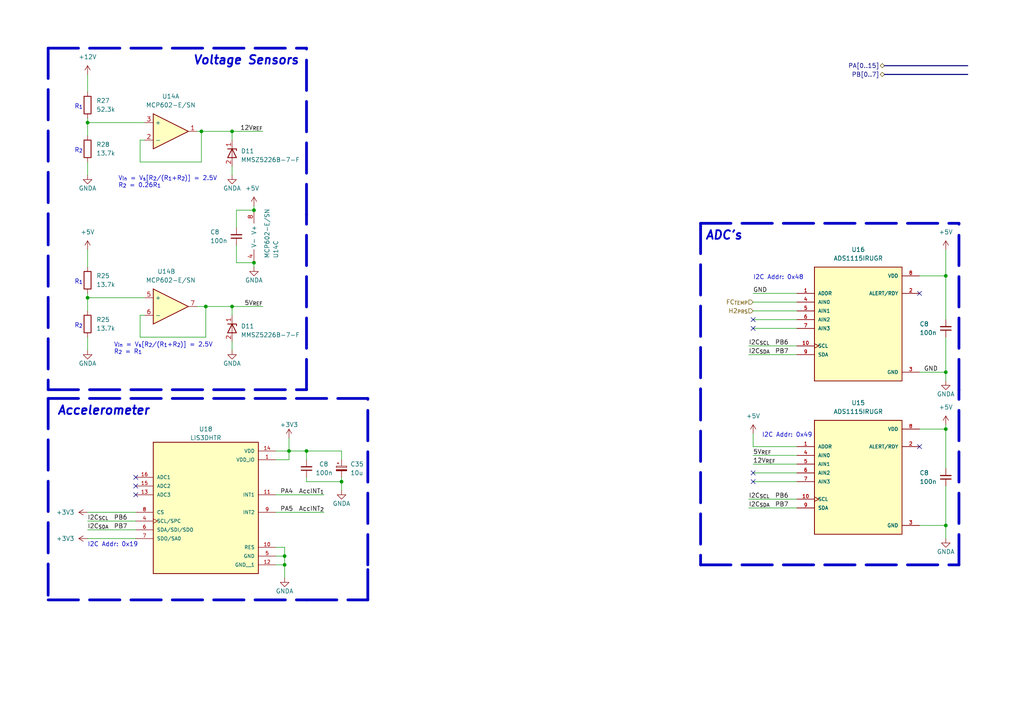
<source format=kicad_sch>
(kicad_sch (version 20230121) (generator eeschema)

  (uuid 3b5281e9-1ad6-4464-9de4-28a9909a1a46)

  (paper "A4")

  (lib_symbols
    (symbol "Device:C_Polarized_Small" (pin_numbers hide) (pin_names (offset 0.254) hide) (in_bom yes) (on_board yes)
      (property "Reference" "C" (at 0.254 1.778 0)
        (effects (font (size 1.27 1.27)) (justify left))
      )
      (property "Value" "C_Polarized_Small" (at 0.254 -2.032 0)
        (effects (font (size 1.27 1.27)) (justify left))
      )
      (property "Footprint" "" (at 0 0 0)
        (effects (font (size 1.27 1.27)) hide)
      )
      (property "Datasheet" "~" (at 0 0 0)
        (effects (font (size 1.27 1.27)) hide)
      )
      (property "ki_keywords" "cap capacitor" (at 0 0 0)
        (effects (font (size 1.27 1.27)) hide)
      )
      (property "ki_description" "Polarized capacitor, small symbol" (at 0 0 0)
        (effects (font (size 1.27 1.27)) hide)
      )
      (property "ki_fp_filters" "CP_*" (at 0 0 0)
        (effects (font (size 1.27 1.27)) hide)
      )
      (symbol "C_Polarized_Small_0_1"
        (rectangle (start -1.524 -0.3048) (end 1.524 -0.6858)
          (stroke (width 0) (type default))
          (fill (type outline))
        )
        (rectangle (start -1.524 0.6858) (end 1.524 0.3048)
          (stroke (width 0) (type default))
          (fill (type none))
        )
        (polyline
          (pts
            (xy -1.27 1.524)
            (xy -0.762 1.524)
          )
          (stroke (width 0) (type default))
          (fill (type none))
        )
        (polyline
          (pts
            (xy -1.016 1.27)
            (xy -1.016 1.778)
          )
          (stroke (width 0) (type default))
          (fill (type none))
        )
      )
      (symbol "C_Polarized_Small_1_1"
        (pin passive line (at 0 2.54 270) (length 1.8542)
          (name "~" (effects (font (size 1.27 1.27))))
          (number "1" (effects (font (size 1.27 1.27))))
        )
        (pin passive line (at 0 -2.54 90) (length 1.8542)
          (name "~" (effects (font (size 1.27 1.27))))
          (number "2" (effects (font (size 1.27 1.27))))
        )
      )
    )
    (symbol "Device:C_Small" (pin_numbers hide) (pin_names (offset 0.254) hide) (in_bom yes) (on_board yes)
      (property "Reference" "C" (at 0.254 1.778 0)
        (effects (font (size 1.27 1.27)) (justify left))
      )
      (property "Value" "C_Small" (at 0.254 -2.032 0)
        (effects (font (size 1.27 1.27)) (justify left))
      )
      (property "Footprint" "" (at 0 0 0)
        (effects (font (size 1.27 1.27)) hide)
      )
      (property "Datasheet" "~" (at 0 0 0)
        (effects (font (size 1.27 1.27)) hide)
      )
      (property "ki_keywords" "capacitor cap" (at 0 0 0)
        (effects (font (size 1.27 1.27)) hide)
      )
      (property "ki_description" "Unpolarized capacitor, small symbol" (at 0 0 0)
        (effects (font (size 1.27 1.27)) hide)
      )
      (property "ki_fp_filters" "C_*" (at 0 0 0)
        (effects (font (size 1.27 1.27)) hide)
      )
      (symbol "C_Small_0_1"
        (polyline
          (pts
            (xy -1.524 -0.508)
            (xy 1.524 -0.508)
          )
          (stroke (width 0.3302) (type default))
          (fill (type none))
        )
        (polyline
          (pts
            (xy -1.524 0.508)
            (xy 1.524 0.508)
          )
          (stroke (width 0.3048) (type default))
          (fill (type none))
        )
      )
      (symbol "C_Small_1_1"
        (pin passive line (at 0 2.54 270) (length 2.032)
          (name "~" (effects (font (size 1.27 1.27))))
          (number "1" (effects (font (size 1.27 1.27))))
        )
        (pin passive line (at 0 -2.54 90) (length 2.032)
          (name "~" (effects (font (size 1.27 1.27))))
          (number "2" (effects (font (size 1.27 1.27))))
        )
      )
    )
    (symbol "Device:Opamp_Dual" (in_bom yes) (on_board yes)
      (property "Reference" "U" (at 0 5.08 0)
        (effects (font (size 1.27 1.27)) (justify left))
      )
      (property "Value" "Opamp_Dual" (at 0 -5.08 0)
        (effects (font (size 1.27 1.27)) (justify left))
      )
      (property "Footprint" "" (at 0 0 0)
        (effects (font (size 1.27 1.27)) hide)
      )
      (property "Datasheet" "~" (at 0 0 0)
        (effects (font (size 1.27 1.27)) hide)
      )
      (property "ki_locked" "" (at 0 0 0)
        (effects (font (size 1.27 1.27)))
      )
      (property "ki_keywords" "dual opamp" (at 0 0 0)
        (effects (font (size 1.27 1.27)) hide)
      )
      (property "ki_description" "Dual operational amplifier" (at 0 0 0)
        (effects (font (size 1.27 1.27)) hide)
      )
      (property "ki_fp_filters" "SOIC*3.9x4.9mm*P1.27mm* DIP*W7.62mm* MSOP*3x3mm*P0.65mm* SSOP*2.95x2.8mm*P0.65mm* TSSOP*3x3mm*P0.65mm* VSSOP*P0.5mm* TO?99*" (at 0 0 0)
        (effects (font (size 1.27 1.27)) hide)
      )
      (symbol "Opamp_Dual_1_1"
        (polyline
          (pts
            (xy -5.08 5.08)
            (xy 5.08 0)
            (xy -5.08 -5.08)
            (xy -5.08 5.08)
          )
          (stroke (width 0.254) (type default))
          (fill (type background))
        )
        (pin output line (at 7.62 0 180) (length 2.54)
          (name "~" (effects (font (size 1.27 1.27))))
          (number "1" (effects (font (size 1.27 1.27))))
        )
        (pin input line (at -7.62 -2.54 0) (length 2.54)
          (name "-" (effects (font (size 1.27 1.27))))
          (number "2" (effects (font (size 1.27 1.27))))
        )
        (pin input line (at -7.62 2.54 0) (length 2.54)
          (name "+" (effects (font (size 1.27 1.27))))
          (number "3" (effects (font (size 1.27 1.27))))
        )
      )
      (symbol "Opamp_Dual_2_1"
        (polyline
          (pts
            (xy -5.08 5.08)
            (xy 5.08 0)
            (xy -5.08 -5.08)
            (xy -5.08 5.08)
          )
          (stroke (width 0.254) (type default))
          (fill (type background))
        )
        (pin input line (at -7.62 2.54 0) (length 2.54)
          (name "+" (effects (font (size 1.27 1.27))))
          (number "5" (effects (font (size 1.27 1.27))))
        )
        (pin input line (at -7.62 -2.54 0) (length 2.54)
          (name "-" (effects (font (size 1.27 1.27))))
          (number "6" (effects (font (size 1.27 1.27))))
        )
        (pin output line (at 7.62 0 180) (length 2.54)
          (name "~" (effects (font (size 1.27 1.27))))
          (number "7" (effects (font (size 1.27 1.27))))
        )
      )
      (symbol "Opamp_Dual_3_1"
        (pin power_in line (at -2.54 -7.62 90) (length 3.81)
          (name "V-" (effects (font (size 1.27 1.27))))
          (number "4" (effects (font (size 1.27 1.27))))
        )
        (pin power_in line (at -2.54 7.62 270) (length 3.81)
          (name "V+" (effects (font (size 1.27 1.27))))
          (number "8" (effects (font (size 1.27 1.27))))
        )
      )
    )
    (symbol "Device:R" (pin_numbers hide) (pin_names (offset 0)) (in_bom yes) (on_board yes)
      (property "Reference" "R" (at 2.032 0 90)
        (effects (font (size 1.27 1.27)))
      )
      (property "Value" "R" (at 0 0 90)
        (effects (font (size 1.27 1.27)))
      )
      (property "Footprint" "" (at -1.778 0 90)
        (effects (font (size 1.27 1.27)) hide)
      )
      (property "Datasheet" "~" (at 0 0 0)
        (effects (font (size 1.27 1.27)) hide)
      )
      (property "ki_keywords" "R res resistor" (at 0 0 0)
        (effects (font (size 1.27 1.27)) hide)
      )
      (property "ki_description" "Resistor" (at 0 0 0)
        (effects (font (size 1.27 1.27)) hide)
      )
      (property "ki_fp_filters" "R_*" (at 0 0 0)
        (effects (font (size 1.27 1.27)) hide)
      )
      (symbol "R_0_1"
        (rectangle (start -1.016 -2.54) (end 1.016 2.54)
          (stroke (width 0.254) (type default))
          (fill (type none))
        )
      )
      (symbol "R_1_1"
        (pin passive line (at 0 3.81 270) (length 1.27)
          (name "~" (effects (font (size 1.27 1.27))))
          (number "1" (effects (font (size 1.27 1.27))))
        )
        (pin passive line (at 0 -3.81 90) (length 1.27)
          (name "~" (effects (font (size 1.27 1.27))))
          (number "2" (effects (font (size 1.27 1.27))))
        )
      )
    )
    (symbol "FCC_Parts:ADS1115IRUGR" (pin_names (offset 1.016)) (in_bom yes) (on_board yes)
      (property "Reference" "U" (at -12.7 18.542 0)
        (effects (font (size 1.27 1.27)) (justify left bottom))
      )
      (property "Value" "ADS1115IRUGR" (at -12.7 -17.78 0)
        (effects (font (size 1.27 1.27)) (justify left bottom))
      )
      (property "Footprint" "FC.FTP:IC_ADS1115IRUGR" (at 0 0 0)
        (effects (font (size 1.27 1.27)) (justify bottom) hide)
      )
      (property "Datasheet" "https://www.ti.com/general/docs/suppproductinfo.tsp?distId=10&gotoUrl=https%3A%2F%2Fwww.ti.com%2Flit%2Fgpn%2Fads1113" (at 0 0 0)
        (effects (font (size 1.27 1.27)) hide)
      )
      (symbol "ADS1115IRUGR_0_0"
        (rectangle (start -12.7 17.78) (end 12.7 -15.24)
          (stroke (width 0.254) (type default))
          (fill (type background))
        )
        (pin input line (at -17.78 10.16 0) (length 5.08)
          (name "ADDR" (effects (font (size 1.016 1.016))))
          (number "1" (effects (font (size 1.016 1.016))))
        )
        (pin input clock (at -17.78 -5.08 0) (length 5.08)
          (name "SCL" (effects (font (size 1.016 1.016))))
          (number "10" (effects (font (size 1.016 1.016))))
        )
        (pin output line (at 17.78 10.16 180) (length 5.08)
          (name "ALERT/RDY" (effects (font (size 1.016 1.016))))
          (number "2" (effects (font (size 1.016 1.016))))
        )
        (pin power_in line (at 17.78 -12.7 180) (length 5.08)
          (name "GND" (effects (font (size 1.016 1.016))))
          (number "3" (effects (font (size 1.016 1.016))))
        )
        (pin input line (at -17.78 7.62 0) (length 5.08)
          (name "AIN0" (effects (font (size 1.016 1.016))))
          (number "4" (effects (font (size 1.016 1.016))))
        )
        (pin input line (at -17.78 5.08 0) (length 5.08)
          (name "AIN1" (effects (font (size 1.016 1.016))))
          (number "5" (effects (font (size 1.016 1.016))))
        )
        (pin input line (at -17.78 2.54 0) (length 5.08)
          (name "AIN2" (effects (font (size 1.016 1.016))))
          (number "6" (effects (font (size 1.016 1.016))))
        )
        (pin input line (at -17.78 0 0) (length 5.08)
          (name "AIN3" (effects (font (size 1.016 1.016))))
          (number "7" (effects (font (size 1.016 1.016))))
        )
        (pin power_in line (at 17.78 15.24 180) (length 5.08)
          (name "VDD" (effects (font (size 1.016 1.016))))
          (number "8" (effects (font (size 1.016 1.016))))
        )
        (pin bidirectional line (at -17.78 -7.62 0) (length 5.08)
          (name "SDA" (effects (font (size 1.016 1.016))))
          (number "9" (effects (font (size 1.016 1.016))))
        )
      )
    )
    (symbol "FCC_Parts:LIS3DHTR" (pin_names (offset 1.016)) (in_bom yes) (on_board yes)
      (property "Reference" "U" (at -15.246 18.2943 0)
        (effects (font (size 1.27 1.27)) (justify left bottom))
      )
      (property "Value" "LIS3DHTR" (at -15.2408 -22.8611 0)
        (effects (font (size 1.27 1.27)) (justify left bottom))
      )
      (property "Footprint" "FC.FTP:XDCR_LIS3DHTR" (at 0 0 0)
        (effects (font (size 1.27 1.27)) (justify bottom) hide)
      )
      (property "Datasheet" "https://www.st.com/content/ccc/resource/technical/document/datasheet/3c/ae/50/85/d6/b1/46/fe/CD00274221.pdf/files/CD00274221.pdf/jcr:content/translations/en.CD00274221.pdf" (at 0 0 0)
        (effects (font (size 1.27 1.27)) hide)
      )
      (symbol "LIS3DHTR_0_0"
        (rectangle (start -15.24 17.78) (end 15.24 -20.32)
          (stroke (width 0.254) (type default))
          (fill (type background))
        )
        (pin power_in line (at 20.32 12.7 180) (length 5.08)
          (name "VDD_IO" (effects (font (size 1.016 1.016))))
          (number "1" (effects (font (size 1.016 1.016))))
        )
        (pin passive line (at 20.32 -12.7 180) (length 5.08)
          (name "RES" (effects (font (size 1.016 1.016))))
          (number "10" (effects (font (size 1.016 1.016))))
        )
        (pin output line (at 20.32 2.54 180) (length 5.08)
          (name "INT1" (effects (font (size 1.016 1.016))))
          (number "11" (effects (font (size 1.016 1.016))))
        )
        (pin power_in line (at 20.32 -17.78 180) (length 5.08)
          (name "GND__1" (effects (font (size 1.016 1.016))))
          (number "12" (effects (font (size 1.016 1.016))))
        )
        (pin input line (at -20.32 2.54 0) (length 5.08)
          (name "ADC3" (effects (font (size 1.016 1.016))))
          (number "13" (effects (font (size 1.016 1.016))))
        )
        (pin power_in line (at 20.32 15.24 180) (length 5.08)
          (name "VDD" (effects (font (size 1.016 1.016))))
          (number "14" (effects (font (size 1.016 1.016))))
        )
        (pin input line (at -20.32 5.08 0) (length 5.08)
          (name "ADC2" (effects (font (size 1.016 1.016))))
          (number "15" (effects (font (size 1.016 1.016))))
        )
        (pin input line (at -20.32 7.62 0) (length 5.08)
          (name "ADC1" (effects (font (size 1.016 1.016))))
          (number "16" (effects (font (size 1.016 1.016))))
        )
        (pin input clock (at -20.32 -5.08 0) (length 5.08)
          (name "SCL/SPC" (effects (font (size 1.016 1.016))))
          (number "4" (effects (font (size 1.016 1.016))))
        )
        (pin power_in line (at 20.32 -15.24 180) (length 5.08)
          (name "GND" (effects (font (size 1.016 1.016))))
          (number "5" (effects (font (size 1.016 1.016))))
        )
        (pin bidirectional line (at -20.32 -7.62 0) (length 5.08)
          (name "SDA/SDI/SDO" (effects (font (size 1.016 1.016))))
          (number "6" (effects (font (size 1.016 1.016))))
        )
        (pin bidirectional line (at -20.32 -10.16 0) (length 5.08)
          (name "SDO/SA0" (effects (font (size 1.016 1.016))))
          (number "7" (effects (font (size 1.016 1.016))))
        )
        (pin input line (at -20.32 -2.54 0) (length 5.08)
          (name "CS" (effects (font (size 1.016 1.016))))
          (number "8" (effects (font (size 1.016 1.016))))
        )
        (pin output line (at 20.32 -2.54 180) (length 5.08)
          (name "INT2" (effects (font (size 1.016 1.016))))
          (number "9" (effects (font (size 1.016 1.016))))
        )
      )
    )
    (symbol "FCC_Parts:MMSZ5226B-7-F" (in_bom yes) (on_board yes)
      (property "Reference" "D" (at 0 3.81 0)
        (effects (font (size 1.27 1.27)))
      )
      (property "Value" "MMSZ5226B-7-F" (at 0 0 0)
        (effects (font (size 1.27 1.27)))
      )
      (property "Footprint" "FC.FTP:D_SOD_123_M" (at 0 0 0)
        (effects (font (size 1.27 1.27)) hide)
      )
      (property "Datasheet" "https://www.diodes.com/assets/Datasheets/ds18010.pdf" (at 0 0 0)
        (effects (font (size 1.27 1.27)) hide)
      )
      (property "Part#" "C155250" (at 0 0 0)
        (effects (font (size 1.27 1.27)))
      )
      (symbol "MMSZ5226B-7-F_0_1"
        (polyline
          (pts
            (xy 1.27 0)
            (xy -1.27 0)
          )
          (stroke (width 0) (type default))
          (fill (type none))
        )
        (polyline
          (pts
            (xy -1.27 -1.27)
            (xy -1.27 1.27)
            (xy -0.762 1.27)
          )
          (stroke (width 0.254) (type default))
          (fill (type none))
        )
        (polyline
          (pts
            (xy 1.27 -1.27)
            (xy 1.27 1.27)
            (xy -1.27 0)
            (xy 1.27 -1.27)
          )
          (stroke (width 0.254) (type default))
          (fill (type none))
        )
      )
      (symbol "MMSZ5226B-7-F_1_1"
        (pin passive line (at -3.81 0 0) (length 2.54)
          (name "" (effects (font (size 1.27 1.27))))
          (number "1" (effects (font (size 1.27 1.27))))
        )
        (pin passive line (at 3.81 0 180) (length 2.54)
          (name "" (effects (font (size 1.27 1.27))))
          (number "2" (effects (font (size 1.27 1.27))))
        )
      )
    )
    (symbol "power:+12V" (power) (pin_names (offset 0)) (in_bom yes) (on_board yes)
      (property "Reference" "#PWR" (at 0 -3.81 0)
        (effects (font (size 1.27 1.27)) hide)
      )
      (property "Value" "+12V" (at 0 3.556 0)
        (effects (font (size 1.27 1.27)))
      )
      (property "Footprint" "" (at 0 0 0)
        (effects (font (size 1.27 1.27)) hide)
      )
      (property "Datasheet" "" (at 0 0 0)
        (effects (font (size 1.27 1.27)) hide)
      )
      (property "ki_keywords" "global power" (at 0 0 0)
        (effects (font (size 1.27 1.27)) hide)
      )
      (property "ki_description" "Power symbol creates a global label with name \"+12V\"" (at 0 0 0)
        (effects (font (size 1.27 1.27)) hide)
      )
      (symbol "+12V_0_1"
        (polyline
          (pts
            (xy -0.762 1.27)
            (xy 0 2.54)
          )
          (stroke (width 0) (type default))
          (fill (type none))
        )
        (polyline
          (pts
            (xy 0 0)
            (xy 0 2.54)
          )
          (stroke (width 0) (type default))
          (fill (type none))
        )
        (polyline
          (pts
            (xy 0 2.54)
            (xy 0.762 1.27)
          )
          (stroke (width 0) (type default))
          (fill (type none))
        )
      )
      (symbol "+12V_1_1"
        (pin power_in line (at 0 0 90) (length 0) hide
          (name "+12V" (effects (font (size 1.27 1.27))))
          (number "1" (effects (font (size 1.27 1.27))))
        )
      )
    )
    (symbol "power:+3V3" (power) (pin_names (offset 0)) (in_bom yes) (on_board yes)
      (property "Reference" "#PWR" (at 0 -3.81 0)
        (effects (font (size 1.27 1.27)) hide)
      )
      (property "Value" "+3V3" (at 0 3.556 0)
        (effects (font (size 1.27 1.27)))
      )
      (property "Footprint" "" (at 0 0 0)
        (effects (font (size 1.27 1.27)) hide)
      )
      (property "Datasheet" "" (at 0 0 0)
        (effects (font (size 1.27 1.27)) hide)
      )
      (property "ki_keywords" "global power" (at 0 0 0)
        (effects (font (size 1.27 1.27)) hide)
      )
      (property "ki_description" "Power symbol creates a global label with name \"+3V3\"" (at 0 0 0)
        (effects (font (size 1.27 1.27)) hide)
      )
      (symbol "+3V3_0_1"
        (polyline
          (pts
            (xy -0.762 1.27)
            (xy 0 2.54)
          )
          (stroke (width 0) (type default))
          (fill (type none))
        )
        (polyline
          (pts
            (xy 0 0)
            (xy 0 2.54)
          )
          (stroke (width 0) (type default))
          (fill (type none))
        )
        (polyline
          (pts
            (xy 0 2.54)
            (xy 0.762 1.27)
          )
          (stroke (width 0) (type default))
          (fill (type none))
        )
      )
      (symbol "+3V3_1_1"
        (pin power_in line (at 0 0 90) (length 0) hide
          (name "+3V3" (effects (font (size 1.27 1.27))))
          (number "1" (effects (font (size 1.27 1.27))))
        )
      )
    )
    (symbol "power:+5V" (power) (pin_names (offset 0)) (in_bom yes) (on_board yes)
      (property "Reference" "#PWR" (at 0 -3.81 0)
        (effects (font (size 1.27 1.27)) hide)
      )
      (property "Value" "+5V" (at 0 3.556 0)
        (effects (font (size 1.27 1.27)))
      )
      (property "Footprint" "" (at 0 0 0)
        (effects (font (size 1.27 1.27)) hide)
      )
      (property "Datasheet" "" (at 0 0 0)
        (effects (font (size 1.27 1.27)) hide)
      )
      (property "ki_keywords" "global power" (at 0 0 0)
        (effects (font (size 1.27 1.27)) hide)
      )
      (property "ki_description" "Power symbol creates a global label with name \"+5V\"" (at 0 0 0)
        (effects (font (size 1.27 1.27)) hide)
      )
      (symbol "+5V_0_1"
        (polyline
          (pts
            (xy -0.762 1.27)
            (xy 0 2.54)
          )
          (stroke (width 0) (type default))
          (fill (type none))
        )
        (polyline
          (pts
            (xy 0 0)
            (xy 0 2.54)
          )
          (stroke (width 0) (type default))
          (fill (type none))
        )
        (polyline
          (pts
            (xy 0 2.54)
            (xy 0.762 1.27)
          )
          (stroke (width 0) (type default))
          (fill (type none))
        )
      )
      (symbol "+5V_1_1"
        (pin power_in line (at 0 0 90) (length 0) hide
          (name "+5V" (effects (font (size 1.27 1.27))))
          (number "1" (effects (font (size 1.27 1.27))))
        )
      )
    )
    (symbol "power:GNDA" (power) (pin_names (offset 0)) (in_bom yes) (on_board yes)
      (property "Reference" "#PWR" (at 0 -6.35 0)
        (effects (font (size 1.27 1.27)) hide)
      )
      (property "Value" "GNDA" (at 0 -3.81 0)
        (effects (font (size 1.27 1.27)))
      )
      (property "Footprint" "" (at 0 0 0)
        (effects (font (size 1.27 1.27)) hide)
      )
      (property "Datasheet" "" (at 0 0 0)
        (effects (font (size 1.27 1.27)) hide)
      )
      (property "ki_keywords" "global power" (at 0 0 0)
        (effects (font (size 1.27 1.27)) hide)
      )
      (property "ki_description" "Power symbol creates a global label with name \"GNDA\" , analog ground" (at 0 0 0)
        (effects (font (size 1.27 1.27)) hide)
      )
      (symbol "GNDA_0_1"
        (polyline
          (pts
            (xy 0 0)
            (xy 0 -1.27)
            (xy 1.27 -1.27)
            (xy 0 -2.54)
            (xy -1.27 -1.27)
            (xy 0 -1.27)
          )
          (stroke (width 0) (type default))
          (fill (type none))
        )
      )
      (symbol "GNDA_1_1"
        (pin power_in line (at 0 0 270) (length 0) hide
          (name "GNDA" (effects (font (size 1.27 1.27))))
          (number "1" (effects (font (size 1.27 1.27))))
        )
      )
    )
  )

  (junction (at 67.31 38.1) (diameter 0) (color 0 0 0 0)
    (uuid 0436ed35-789f-43dd-b021-2038c440b1aa)
  )
  (junction (at 73.66 76.2) (diameter 0) (color 0 0 0 0)
    (uuid 0fa90d77-dbfc-4334-9758-c41c93e38725)
  )
  (junction (at 59.69 88.9) (diameter 0) (color 0 0 0 0)
    (uuid 19f78f17-e764-4e18-9177-fd5b1daa4c11)
  )
  (junction (at 25.4 86.36) (diameter 0) (color 0 0 0 0)
    (uuid 19f98009-8c41-40de-b8d9-7f71dc91f2a4)
  )
  (junction (at 274.32 107.95) (diameter 0) (color 0 0 0 0)
    (uuid 2a657cae-5e1d-496e-be7d-2ec8f952f0ab)
  )
  (junction (at 274.32 152.4) (diameter 0) (color 0 0 0 0)
    (uuid 2e9194d9-3d2a-48a6-b03a-732e5a306af5)
  )
  (junction (at 99.06 139.7) (diameter 0) (color 0 0 0 0)
    (uuid 326718b4-a064-4e22-b39d-80fa64a1d08e)
  )
  (junction (at 88.9 130.81) (diameter 0) (color 0 0 0 0)
    (uuid 414e5138-081c-4973-beb3-98161c3b38f2)
  )
  (junction (at 274.32 124.46) (diameter 0) (color 0 0 0 0)
    (uuid 5b73c255-782e-4eca-9191-0bdf202c25e1)
  )
  (junction (at 82.55 161.29) (diameter 0) (color 0 0 0 0)
    (uuid 67dfbc35-ab1c-4a94-ab2e-1814c6643e2c)
  )
  (junction (at 83.82 130.81) (diameter 0) (color 0 0 0 0)
    (uuid 6bdd3e02-23a6-4e8c-8b5d-b41c124a685e)
  )
  (junction (at 82.55 163.83) (diameter 0) (color 0 0 0 0)
    (uuid 7901defd-7102-4074-8b29-22f20de5c65b)
  )
  (junction (at 274.32 80.01) (diameter 0) (color 0 0 0 0)
    (uuid 9cb0e0c9-5b47-49d4-8e01-459f1e5bdcd2)
  )
  (junction (at 67.31 88.9) (diameter 0) (color 0 0 0 0)
    (uuid b540ff82-b772-4a7f-a8d7-5955a5a92a85)
  )
  (junction (at 25.4 35.56) (diameter 0) (color 0 0 0 0)
    (uuid c61fca75-4870-41ab-b94b-6d959e3aaa13)
  )
  (junction (at 58.42 38.1) (diameter 0) (color 0 0 0 0)
    (uuid cf7b4fc4-e16c-49e6-a18d-edb42e893abf)
  )
  (junction (at 73.66 60.96) (diameter 0) (color 0 0 0 0)
    (uuid d8b78b47-6bda-450b-a0db-4b88afa0bf34)
  )

  (no_connect (at 39.37 143.51) (uuid 05ff20ec-cd11-41d4-8989-85f5674816c3))
  (no_connect (at 266.7 129.54) (uuid 26770e0a-6a96-4b9f-8ea5-bdec41d4d9dd))
  (no_connect (at 218.44 95.25) (uuid 34ceb69e-b6dc-40b3-b8ee-e7da695720fe))
  (no_connect (at 39.37 140.97) (uuid 4406ae26-9a5a-4a50-bf79-fd83de3bfcd3))
  (no_connect (at 266.7 85.09) (uuid 572a26d4-ad85-4956-8188-71ae926ec3cd))
  (no_connect (at 218.44 137.16) (uuid 7e0a0a7b-7906-42b6-b0e2-3d07fdc4410d))
  (no_connect (at 218.44 139.7) (uuid bc349d22-73e2-412c-b26a-d74be3c5514e))
  (no_connect (at 218.44 92.71) (uuid d7a35a3b-f9d8-494a-b394-4a77d0117d51))
  (no_connect (at 39.37 138.43) (uuid e630795b-31dd-4667-bfbe-47f0390e323b))

  (wire (pts (xy 218.44 134.62) (xy 231.14 134.62))
    (stroke (width 0) (type default))
    (uuid 002c85a9-2142-42d4-b92f-004573c8875a)
  )
  (wire (pts (xy 274.32 107.95) (xy 274.32 110.49))
    (stroke (width 0) (type default))
    (uuid 03a254a8-5a40-42b8-a55e-758dd533f50b)
  )
  (wire (pts (xy 57.15 88.9) (xy 59.69 88.9))
    (stroke (width 0) (type default))
    (uuid 08e1c859-2969-436d-a3fb-8311d6fa64bc)
  )
  (wire (pts (xy 68.58 66.04) (xy 68.58 60.96))
    (stroke (width 0) (type default))
    (uuid 0907bd6c-3c05-426c-aace-2fc0bc943f73)
  )
  (wire (pts (xy 83.82 130.81) (xy 83.82 133.35))
    (stroke (width 0) (type default))
    (uuid 0dcc0778-f7c4-4e08-bc35-0d7e5c590f87)
  )
  (wire (pts (xy 218.44 132.08) (xy 231.14 132.08))
    (stroke (width 0) (type default))
    (uuid 0fd70e42-fc74-4dd6-9c32-28f83ffdaa26)
  )
  (polyline (pts (xy 278.13 163.83) (xy 278.13 113.03))
    (stroke (width 0.8) (type dash))
    (uuid 117017f6-3620-4029-bc3d-02d733a3dbc4)
  )

  (wire (pts (xy 25.4 72.39) (xy 25.4 77.47))
    (stroke (width 0) (type default))
    (uuid 1827da96-eaff-4034-b749-6ad090ad3cd3)
  )
  (wire (pts (xy 274.32 140.97) (xy 274.32 152.4))
    (stroke (width 0) (type default))
    (uuid 1c919247-8700-4fa1-abd0-1392ef3521e7)
  )
  (wire (pts (xy 266.7 80.01) (xy 274.32 80.01))
    (stroke (width 0) (type default))
    (uuid 1caa3fb1-cffc-42d2-856c-917cc0eddfa8)
  )
  (wire (pts (xy 25.4 148.59) (xy 39.37 148.59))
    (stroke (width 0) (type default))
    (uuid 1de2d132-b820-4993-961d-e7f8fec755ad)
  )
  (bus (pts (xy 256.54 21.59) (xy 280.67 21.59))
    (stroke (width 0) (type default))
    (uuid 202cd116-574a-49ba-9bf3-4bb9db7d348a)
  )

  (wire (pts (xy 67.31 99.06) (xy 67.31 101.6))
    (stroke (width 0) (type default))
    (uuid 21272573-284a-4158-aa3c-db73af8b93c1)
  )
  (wire (pts (xy 67.31 91.44) (xy 67.31 88.9))
    (stroke (width 0) (type default))
    (uuid 24a3e15c-dbbd-4067-8daa-4365b5d092fd)
  )
  (wire (pts (xy 83.82 130.81) (xy 88.9 130.81))
    (stroke (width 0) (type default))
    (uuid 296495b7-d224-44ff-83cc-59daf2d39a5d)
  )
  (wire (pts (xy 99.06 133.35) (xy 99.06 130.81))
    (stroke (width 0) (type default))
    (uuid 2bda662a-4b26-4b22-8ba7-57d38c52561a)
  )
  (wire (pts (xy 67.31 40.64) (xy 67.31 38.1))
    (stroke (width 0) (type default))
    (uuid 30ffcfd2-2090-4d2e-bcfe-61061e9c7907)
  )
  (wire (pts (xy 218.44 125.73) (xy 218.44 129.54))
    (stroke (width 0) (type default))
    (uuid 338d950f-c744-4214-a500-97916699bfb7)
  )
  (wire (pts (xy 58.42 46.99) (xy 58.42 38.1))
    (stroke (width 0) (type default))
    (uuid 3978314d-b772-4006-ad7e-3b6e4210a147)
  )
  (wire (pts (xy 217.17 100.33) (xy 231.14 100.33))
    (stroke (width 0) (type default))
    (uuid 3ce2422e-664a-4922-a174-3d4e256281c4)
  )
  (wire (pts (xy 40.64 91.44) (xy 41.91 91.44))
    (stroke (width 0) (type default))
    (uuid 3d16b950-0cdc-4a34-808e-162805da31fa)
  )
  (wire (pts (xy 25.4 156.21) (xy 39.37 156.21))
    (stroke (width 0) (type default))
    (uuid 3d949080-409e-4c1a-ba3f-e33d55e9f0ab)
  )
  (wire (pts (xy 266.7 107.95) (xy 274.32 107.95))
    (stroke (width 0) (type default))
    (uuid 3db8e213-7ac4-401a-86f0-508f0f5cd82d)
  )
  (wire (pts (xy 274.32 72.39) (xy 274.32 80.01))
    (stroke (width 0) (type default))
    (uuid 411f2d34-993c-4dae-8684-40719cdeef2e)
  )
  (polyline (pts (xy 13.97 13.97) (xy 88.9 13.97))
    (stroke (width 0.8) (type dash))
    (uuid 413d8a54-03bf-44e9-a555-828f03bb187e)
  )
  (polyline (pts (xy 13.97 115.57) (xy 106.68 115.57))
    (stroke (width 0.8) (type dash))
    (uuid 43d6047b-5a8a-4a62-b654-2b1675c9abe7)
  )
  (polyline (pts (xy 13.97 115.57) (xy 13.97 163.83))
    (stroke (width 0.8) (type dash))
    (uuid 455340a1-8caf-48ea-b88d-43f6ddd7010d)
  )

  (wire (pts (xy 80.01 158.75) (xy 82.55 158.75))
    (stroke (width 0) (type default))
    (uuid 4645179a-f099-4704-ab75-c5ef642c1ac0)
  )
  (wire (pts (xy 88.9 130.81) (xy 88.9 133.35))
    (stroke (width 0) (type default))
    (uuid 4853cb65-ff22-4aef-b192-5f4b49ae5967)
  )
  (wire (pts (xy 40.64 97.79) (xy 59.69 97.79))
    (stroke (width 0) (type default))
    (uuid 496327b1-ffb5-4b3e-84a1-14f4397c0e1e)
  )
  (wire (pts (xy 274.32 97.79) (xy 274.32 107.95))
    (stroke (width 0) (type default))
    (uuid 4ab5f538-9fd9-4d58-84cc-cbc5ff72b6f8)
  )
  (polyline (pts (xy 278.13 113.03) (xy 278.13 64.77))
    (stroke (width 0.8) (type dash))
    (uuid 4b788296-7d8b-4ed1-a780-a761abf22b8c)
  )

  (wire (pts (xy 25.4 46.99) (xy 25.4 50.8))
    (stroke (width 0) (type default))
    (uuid 4c8ac664-c325-47da-b97d-8237939dcc27)
  )
  (wire (pts (xy 99.06 139.7) (xy 99.06 142.24))
    (stroke (width 0) (type default))
    (uuid 4dacc48e-44ad-4813-86af-00f76c22b530)
  )
  (wire (pts (xy 25.4 85.09) (xy 25.4 86.36))
    (stroke (width 0) (type default))
    (uuid 501df63a-d77c-4317-a451-2dd159e281c4)
  )
  (wire (pts (xy 40.64 46.99) (xy 58.42 46.99))
    (stroke (width 0) (type default))
    (uuid 51eac082-64a1-4ad6-bd79-5e22600d5b7f)
  )
  (wire (pts (xy 25.4 35.56) (xy 41.91 35.56))
    (stroke (width 0) (type default))
    (uuid 52744dbf-7bc1-4bf8-82d2-6d5d136ae60f)
  )
  (wire (pts (xy 266.7 152.4) (xy 274.32 152.4))
    (stroke (width 0) (type default))
    (uuid 5385c5da-05c0-48d1-964e-5980a3357e18)
  )
  (wire (pts (xy 73.66 77.47) (xy 73.66 76.2))
    (stroke (width 0) (type default))
    (uuid 5b0811a9-7db4-4477-960d-eb41455cb7d4)
  )
  (wire (pts (xy 58.42 38.1) (xy 67.31 38.1))
    (stroke (width 0) (type default))
    (uuid 5ceced56-f1cc-497c-b8cb-681f4941b59a)
  )
  (wire (pts (xy 80.01 163.83) (xy 82.55 163.83))
    (stroke (width 0) (type default))
    (uuid 5fb53c6f-f06f-414a-8369-955fd250aa2b)
  )
  (wire (pts (xy 25.4 153.67) (xy 39.37 153.67))
    (stroke (width 0) (type default))
    (uuid 61099dda-33da-46ef-a2ed-2d0809526558)
  )
  (wire (pts (xy 274.32 80.01) (xy 274.32 92.71))
    (stroke (width 0) (type default))
    (uuid 6215b5cf-3a5d-4a71-adf9-7194059bcb04)
  )
  (wire (pts (xy 40.64 40.64) (xy 41.91 40.64))
    (stroke (width 0) (type default))
    (uuid 63cfb56a-f725-4f79-b709-6272d5bc7c5d)
  )
  (wire (pts (xy 218.44 139.7) (xy 231.14 139.7))
    (stroke (width 0) (type default))
    (uuid 681dd3ba-28f1-45d3-9cf9-8bee0856f572)
  )
  (polyline (pts (xy 88.9 113.03) (xy 88.9 62.23))
    (stroke (width 0.8) (type dash))
    (uuid 68db905f-a878-4fd1-93cf-76b8f809e7bb)
  )

  (wire (pts (xy 40.64 91.44) (xy 40.64 97.79))
    (stroke (width 0) (type default))
    (uuid 69695a4d-9a62-4d35-b619-698a89522b90)
  )
  (wire (pts (xy 218.44 87.63) (xy 231.14 87.63))
    (stroke (width 0) (type default))
    (uuid 6cf65b0b-7f27-4ea4-9e2a-2929c0640b09)
  )
  (wire (pts (xy 88.9 138.43) (xy 88.9 139.7))
    (stroke (width 0) (type default))
    (uuid 72e91f4f-58d8-4356-ba10-f77c25519501)
  )
  (wire (pts (xy 80.01 143.51) (xy 93.98 143.51))
    (stroke (width 0) (type default))
    (uuid 763579b1-1dd4-4652-9fe5-246b998ca606)
  )
  (wire (pts (xy 99.06 138.43) (xy 99.06 139.7))
    (stroke (width 0) (type default))
    (uuid 77416b90-b941-44d4-8a82-14cb9db23c48)
  )
  (wire (pts (xy 82.55 163.83) (xy 82.55 167.64))
    (stroke (width 0) (type default))
    (uuid 77e6de6b-54db-437a-a7e8-c03a062a0c37)
  )
  (wire (pts (xy 25.4 86.36) (xy 41.91 86.36))
    (stroke (width 0) (type default))
    (uuid 7a3162c5-2596-4379-9c96-7aebd46a0796)
  )
  (polyline (pts (xy 106.68 163.83) (xy 106.68 115.57))
    (stroke (width 0.8) (type dash))
    (uuid 7aff904c-8cfd-44f7-9ea0-09e5be0bddd9)
  )
  (polyline (pts (xy 203.2 113.03) (xy 203.2 163.83))
    (stroke (width 0.8) (type dash))
    (uuid 7dd8ae14-f13c-40d5-b0dc-ca9f2279d901)
  )

  (wire (pts (xy 217.17 147.32) (xy 231.14 147.32))
    (stroke (width 0) (type default))
    (uuid 8898ad7c-168c-48ff-b425-6eac6eef745c)
  )
  (wire (pts (xy 73.66 59.69) (xy 73.66 60.96))
    (stroke (width 0) (type default))
    (uuid 88b19b4f-5ebd-4772-91a5-17b172addd4c)
  )
  (polyline (pts (xy 88.9 62.23) (xy 88.9 13.97))
    (stroke (width 0.8) (type dash))
    (uuid 8ad2781b-6bce-47bf-a090-d7476389c2b6)
  )

  (wire (pts (xy 274.32 135.89) (xy 274.32 124.46))
    (stroke (width 0) (type default))
    (uuid 8dc3eda8-b914-4ed6-b144-8086d9ec2f09)
  )
  (polyline (pts (xy 13.97 163.83) (xy 13.97 173.99))
    (stroke (width 0.8) (type dash))
    (uuid 8e0e5641-5ac9-44b8-aee7-ca864071c71d)
  )

  (wire (pts (xy 218.44 95.25) (xy 231.14 95.25))
    (stroke (width 0) (type default))
    (uuid 94fe5c0b-0a44-4533-8f59-7beed353a16e)
  )
  (bus (pts (xy 256.54 19.05) (xy 280.67 19.05))
    (stroke (width 0) (type default))
    (uuid 9816f13b-a834-4bd7-9210-996508a3548e)
  )

  (wire (pts (xy 25.4 151.13) (xy 39.37 151.13))
    (stroke (width 0) (type default))
    (uuid 9f752044-805f-4f04-8fd9-18cb7e72e51a)
  )
  (wire (pts (xy 80.01 130.81) (xy 83.82 130.81))
    (stroke (width 0) (type default))
    (uuid a4dff181-4eac-40f1-a9d8-759cea340420)
  )
  (wire (pts (xy 67.31 88.9) (xy 76.2 88.9))
    (stroke (width 0) (type default))
    (uuid a5a14e3a-83f2-4eb2-b725-14cfd0ccbba4)
  )
  (wire (pts (xy 25.4 97.79) (xy 25.4 101.6))
    (stroke (width 0) (type default))
    (uuid a5d0ed5e-c819-48a3-a5e8-210ff3117e58)
  )
  (wire (pts (xy 83.82 127) (xy 83.82 130.81))
    (stroke (width 0) (type default))
    (uuid a6249794-cee6-4c2b-a18d-daf2d7b5d4a9)
  )
  (wire (pts (xy 88.9 130.81) (xy 99.06 130.81))
    (stroke (width 0) (type default))
    (uuid a69b9543-238a-42f0-9589-ae833c6b3c58)
  )
  (wire (pts (xy 218.44 92.71) (xy 231.14 92.71))
    (stroke (width 0) (type default))
    (uuid a6fb9de1-e53d-4e46-b295-d8650e4f36a0)
  )
  (wire (pts (xy 40.64 40.64) (xy 40.64 46.99))
    (stroke (width 0) (type default))
    (uuid ade9a022-75ba-4df2-80bf-531ea5974088)
  )
  (wire (pts (xy 25.4 34.29) (xy 25.4 35.56))
    (stroke (width 0) (type default))
    (uuid b0c0842b-9ec6-423d-b574-7e68f1137fd5)
  )
  (wire (pts (xy 218.44 85.09) (xy 231.14 85.09))
    (stroke (width 0) (type default))
    (uuid b3bb6af7-06a1-458c-a3e1-664e8ccba081)
  )
  (polyline (pts (xy 13.97 113.03) (xy 88.9 113.03))
    (stroke (width 0.8) (type dash))
    (uuid b40bea11-6c2d-4c12-a9f8-a419e68bbe3a)
  )

  (wire (pts (xy 218.44 90.17) (xy 231.14 90.17))
    (stroke (width 0) (type default))
    (uuid b419a545-bde5-4782-9e35-f089d5815923)
  )
  (polyline (pts (xy 13.97 173.99) (xy 88.9 173.99))
    (stroke (width 0.8) (type dash))
    (uuid b43dcdf6-f979-4340-9155-2348f8b05929)
  )

  (wire (pts (xy 266.7 124.46) (xy 274.32 124.46))
    (stroke (width 0) (type default))
    (uuid b6db2bfa-35da-498f-b563-7ef0cedb0683)
  )
  (wire (pts (xy 218.44 137.16) (xy 231.14 137.16))
    (stroke (width 0) (type default))
    (uuid b89e4f1f-29cb-4ead-8b8c-0d35f03b2fdb)
  )
  (wire (pts (xy 59.69 97.79) (xy 59.69 88.9))
    (stroke (width 0) (type default))
    (uuid bd0ce565-6423-4e4c-8c22-0921b968c2a7)
  )
  (wire (pts (xy 82.55 158.75) (xy 82.55 161.29))
    (stroke (width 0) (type default))
    (uuid bf030364-4892-48b1-b078-65c564f0b518)
  )
  (polyline (pts (xy 13.97 62.23) (xy 13.97 113.03))
    (stroke (width 0.8) (type dash))
    (uuid bf6e4b4c-27a4-4188-b79e-2ec12cd60de0)
  )

  (wire (pts (xy 217.17 144.78) (xy 231.14 144.78))
    (stroke (width 0) (type default))
    (uuid bfcecbf7-ef4c-4a31-b35f-aad13fd13cd9)
  )
  (wire (pts (xy 25.4 21.59) (xy 25.4 26.67))
    (stroke (width 0) (type default))
    (uuid c0dae549-ab60-4ce8-97b5-1c0a6b187601)
  )
  (wire (pts (xy 59.69 88.9) (xy 67.31 88.9))
    (stroke (width 0) (type default))
    (uuid c190bc36-a2d7-4ed4-9cc0-5d9e94c77cc7)
  )
  (wire (pts (xy 218.44 129.54) (xy 231.14 129.54))
    (stroke (width 0) (type default))
    (uuid c8f6e25f-9a34-4889-8d36-ce43cb90218c)
  )
  (polyline (pts (xy 203.2 163.83) (xy 278.13 163.83))
    (stroke (width 0.8) (type dash))
    (uuid cc4c2732-2726-4f28-91d7-3c696e9bd021)
  )

  (wire (pts (xy 83.82 133.35) (xy 80.01 133.35))
    (stroke (width 0) (type default))
    (uuid d1cc5aaf-e865-4f68-9656-f56b5e535d26)
  )
  (wire (pts (xy 25.4 86.36) (xy 25.4 90.17))
    (stroke (width 0) (type default))
    (uuid d2380e6c-6301-478a-ab2b-fdc6f33fa5ae)
  )
  (wire (pts (xy 274.32 123.19) (xy 274.32 124.46))
    (stroke (width 0) (type default))
    (uuid d8d1e665-79e3-47ca-abb2-6c3b67018f31)
  )
  (wire (pts (xy 67.31 48.26) (xy 67.31 50.8))
    (stroke (width 0) (type default))
    (uuid dab87248-edf6-4eac-b937-7b3ea30089ba)
  )
  (wire (pts (xy 80.01 148.59) (xy 93.98 148.59))
    (stroke (width 0) (type default))
    (uuid dc2fb98d-9cac-4783-9a26-8f65f57ae561)
  )
  (wire (pts (xy 68.58 60.96) (xy 73.66 60.96))
    (stroke (width 0) (type default))
    (uuid ddca1378-6627-44f2-82b9-815bd6e79ed8)
  )
  (wire (pts (xy 82.55 161.29) (xy 80.01 161.29))
    (stroke (width 0) (type default))
    (uuid e409fd05-ec9d-41f7-9cb9-fa7396888c28)
  )
  (polyline (pts (xy 13.97 13.97) (xy 13.97 62.23))
    (stroke (width 0.8) (type dash))
    (uuid e5573ebf-5291-4812-8be3-6097cacddb46)
  )
  (polyline (pts (xy 203.2 64.77) (xy 203.2 113.03))
    (stroke (width 0.8) (type dash))
    (uuid ea112f64-9366-46de-9ed5-6a7a159616c7)
  )

  (wire (pts (xy 67.31 38.1) (xy 76.2 38.1))
    (stroke (width 0) (type default))
    (uuid ea7dc4aa-c0b5-44c8-a424-33f278b1caaf)
  )
  (wire (pts (xy 274.32 152.4) (xy 274.32 156.21))
    (stroke (width 0) (type default))
    (uuid ed235bf5-fb70-43e8-aea0-1dc57325f092)
  )
  (wire (pts (xy 82.55 161.29) (xy 82.55 163.83))
    (stroke (width 0) (type default))
    (uuid f029d0fb-3a3c-482e-9fb6-6f73d1acd5bb)
  )
  (wire (pts (xy 68.58 76.2) (xy 68.58 71.12))
    (stroke (width 0) (type default))
    (uuid f03608de-d312-488b-8119-15268c627435)
  )
  (polyline (pts (xy 106.68 173.99) (xy 106.68 163.83))
    (stroke (width 0.8) (type dash))
    (uuid f0654a8d-841d-4309-b598-40f3d7ee3c01)
  )
  (polyline (pts (xy 88.9 173.99) (xy 106.68 173.99))
    (stroke (width 0.8) (type dash))
    (uuid f2b8f887-4445-431e-a3f9-69922f293a67)
  )

  (wire (pts (xy 25.4 35.56) (xy 25.4 39.37))
    (stroke (width 0) (type default))
    (uuid f34598b3-873d-41c6-b46f-9f18b3c2b188)
  )
  (wire (pts (xy 217.17 102.87) (xy 231.14 102.87))
    (stroke (width 0) (type default))
    (uuid f3c5be5b-e4ae-4641-bfb2-4c66776fbf4b)
  )
  (polyline (pts (xy 203.2 64.77) (xy 278.13 64.77))
    (stroke (width 0.8) (type dash))
    (uuid f5c3f05f-591d-4ad4-88be-fed885d846f8)
  )

  (wire (pts (xy 57.15 38.1) (xy 58.42 38.1))
    (stroke (width 0) (type default))
    (uuid f60d2aca-9229-4acf-9eb2-03b35a09c001)
  )
  (wire (pts (xy 88.9 139.7) (xy 99.06 139.7))
    (stroke (width 0) (type default))
    (uuid f86a7a3f-d8e6-46f1-ba2d-710cf2a2874b)
  )
  (wire (pts (xy 73.66 76.2) (xy 68.58 76.2))
    (stroke (width 0) (type default))
    (uuid fcd1e997-67f3-432f-95a7-bd41444ec3f8)
  )

  (text "V_{in} = V_{s}[R_{2}/(R_{1}+R_{2})] = 2.5V\nR_{2} = 0.26R_{1}"
    (at 34.29 54.61 0)
    (effects (font (size 1.27 1.27)) (justify left bottom))
    (uuid 0adc9fd6-8393-411b-84b9-1aa675470b07)
  )
  (text "R_{1}" (at 21.59 31.75 0)
    (effects (font (size 1.27 1.27)) (justify left bottom))
    (uuid 0f7e2fd1-9787-45c7-80ae-9d9c008198aa)
  )
  (text "R_{1}" (at 21.59 82.55 0)
    (effects (font (size 1.27 1.27)) (justify left bottom))
    (uuid 20ee64d4-2bae-4671-a2cc-561e29045a4a)
  )
  (text "I2C Addr: 0x48" (at 218.44 81.28 0)
    (effects (font (size 1.27 1.27)) (justify left bottom))
    (uuid 4eb4accb-276d-44da-8b0a-99e04a0659e2)
  )
  (text "R_{2}" (at 21.59 44.45 0)
    (effects (font (size 1.27 1.27)) (justify left bottom))
    (uuid 5370952b-1918-4bdd-aac2-c1e1746f3e38)
  )
  (text "R_{2}" (at 21.59 95.25 0)
    (effects (font (size 1.27 1.27)) (justify left bottom))
    (uuid 7eb87145-4b7a-4c8c-a262-638f20af84ca)
  )
  (text "V_{in} = V_{s}[R_{2}/(R_{1}+R_{2})] = 2.5V\nR_{2} = R_{1}"
    (at 33.02 102.87 0)
    (effects (font (size 1.27 1.27)) (justify left bottom))
    (uuid 92b2491d-b27d-4053-84d5-5e05d194dfe7)
  )
  (text "I2C Addr: 0x49" (at 220.98 127 0)
    (effects (font (size 1.27 1.27)) (justify left bottom))
    (uuid 991929f5-570a-4dcb-b8f7-016f4d3038c8)
  )
  (text "ADC's" (at 204.47 69.85 0)
    (effects (font (size 2.5 2.5) (thickness 0.5) bold italic) (justify left bottom))
    (uuid af7682e5-5255-422a-8542-e12932e176d2)
  )
  (text "I2C Addr: 0x19" (at 25.4 158.75 0)
    (effects (font (size 1.27 1.27)) (justify left bottom))
    (uuid c72b1efe-90b8-413e-92b9-348680a00f6b)
  )
  (text "Accelerometer" (at 16.51 120.65 0)
    (effects (font (size 2.5 2.5) (thickness 0.5) bold italic) (justify left bottom))
    (uuid d8bceb46-5cf7-4859-b44b-32873902eb56)
  )
  (text "Voltage Sensors\n" (at 55.88 19.05 0)
    (effects (font (size 2.5 2.5) (thickness 0.5) bold italic) (justify left bottom))
    (uuid dc51ccbe-4186-4c60-aa12-e07450fe95b8)
  )

  (label "PB6" (at 224.79 100.33 0) (fields_autoplaced)
    (effects (font (size 1.27 1.27)) (justify left bottom))
    (uuid 04c963f2-e964-4dda-99cc-8015973a6ea1)
  )
  (label "5V_{REF}" (at 218.44 132.08 0) (fields_autoplaced)
    (effects (font (size 1.27 1.27)) (justify left bottom))
    (uuid 0c043e33-9f63-424a-910e-8dc41a46bd11)
  )
  (label "I2C_{SDA}" (at 217.17 102.87 0) (fields_autoplaced)
    (effects (font (size 1.27 1.27)) (justify left bottom))
    (uuid 11b527a2-d9b6-4083-97e6-9fbbb73a93b1)
  )
  (label "PB6" (at 33.02 151.13 0) (fields_autoplaced)
    (effects (font (size 1.27 1.27)) (justify left bottom))
    (uuid 2eafd593-1d55-4028-90cc-136be39437eb)
  )
  (label "AccINT_{2}" (at 93.98 148.59 180) (fields_autoplaced)
    (effects (font (size 1.27 1.27)) (justify right bottom))
    (uuid 2f64e000-33fc-490c-b353-a3ed419f518c)
  )
  (label "PA4" (at 81.28 143.51 0) (fields_autoplaced)
    (effects (font (size 1.27 1.27)) (justify left bottom))
    (uuid 2f958e6c-3556-49ae-a044-4161cf2e7c5a)
  )
  (label "GND" (at 218.44 85.09 0) (fields_autoplaced)
    (effects (font (size 1.27 1.27)) (justify left bottom))
    (uuid 3f1c64f1-f912-4974-a22a-fd8af221bb89)
  )
  (label "I2C_{SDA}" (at 217.17 147.32 0) (fields_autoplaced)
    (effects (font (size 1.27 1.27)) (justify left bottom))
    (uuid 4ccbda82-50ed-4968-89bb-a312627d7e92)
  )
  (label "12V_{REF}" (at 218.44 134.62 0) (fields_autoplaced)
    (effects (font (size 1.27 1.27)) (justify left bottom))
    (uuid 556577b3-6927-467a-8976-03ed5a2d84cc)
  )
  (label "5V_{REF}" (at 76.2 88.9 180) (fields_autoplaced)
    (effects (font (size 1.27 1.27)) (justify right bottom))
    (uuid 5eca1120-b1e5-4247-a85f-094c7a4c8002)
  )
  (label "PB7" (at 33.02 153.67 0) (fields_autoplaced)
    (effects (font (size 1.27 1.27)) (justify left bottom))
    (uuid 7244afd9-d316-4f5c-b75e-0590ef4c061b)
  )
  (label "I2C_{SCL}" (at 25.4 151.13 0) (fields_autoplaced)
    (effects (font (size 1.27 1.27)) (justify left bottom))
    (uuid 764456e3-aa57-4cd9-a740-2d9c6e28a8c9)
  )
  (label "PA5" (at 81.28 148.59 0) (fields_autoplaced)
    (effects (font (size 1.27 1.27)) (justify left bottom))
    (uuid 80ba0536-7d31-4e51-8270-640b0ee64eab)
  )
  (label "PB7" (at 224.79 147.32 0) (fields_autoplaced)
    (effects (font (size 1.27 1.27)) (justify left bottom))
    (uuid 9ad3d45c-f318-4377-87e4-8044dc539412)
  )
  (label "GND" (at 267.97 107.95 0) (fields_autoplaced)
    (effects (font (size 1.27 1.27)) (justify left bottom))
    (uuid b90fb822-e554-44e0-9417-90ff0506b81a)
  )
  (label "PB7" (at 224.79 102.87 0) (fields_autoplaced)
    (effects (font (size 1.27 1.27)) (justify left bottom))
    (uuid bd8dd5e0-b11f-4e49-9637-db548d368666)
  )
  (label "12V_{REF}" (at 76.2 38.1 180) (fields_autoplaced)
    (effects (font (size 1.27 1.27)) (justify right bottom))
    (uuid bdb5a1a7-9036-4394-9a7e-3bda74bd966e)
  )
  (label "I2C_{SCL}" (at 217.17 100.33 0) (fields_autoplaced)
    (effects (font (size 1.27 1.27)) (justify left bottom))
    (uuid ce89f213-bb25-4695-b7a4-b4baa02a683a)
  )
  (label "I2C_{SDA}" (at 25.4 153.67 0) (fields_autoplaced)
    (effects (font (size 1.27 1.27)) (justify left bottom))
    (uuid d6fd16d7-30fe-46d0-972f-5a96a1be4006)
  )
  (label "PB6" (at 224.79 144.78 0) (fields_autoplaced)
    (effects (font (size 1.27 1.27)) (justify left bottom))
    (uuid d7199953-01c2-401e-90b5-66c2f3448d7f)
  )
  (label "AccINT_{1}" (at 93.98 143.51 180) (fields_autoplaced)
    (effects (font (size 1.27 1.27)) (justify right bottom))
    (uuid f47a7338-1027-437f-bf6c-fc8d9a9316dc)
  )
  (label "I2C_{SCL}" (at 217.17 144.78 0) (fields_autoplaced)
    (effects (font (size 1.27 1.27)) (justify left bottom))
    (uuid f680fcda-cace-454a-9152-5eb94f891cfd)
  )

  (hierarchical_label "PA[0..15]" (shape bidirectional) (at 256.54 19.05 180) (fields_autoplaced)
    (effects (font (size 1.27 1.27)) (justify right))
    (uuid 2092da74-45cc-4fd1-8265-3daa07de3793)
  )
  (hierarchical_label "PB[0..7]" (shape bidirectional) (at 256.54 21.59 180) (fields_autoplaced)
    (effects (font (size 1.27 1.27)) (justify right))
    (uuid 5520b7aa-829d-4927-8ccf-46f3fb89ce16)
  )
  (hierarchical_label "H2_{PRS}" (shape input) (at 218.44 90.17 180) (fields_autoplaced)
    (effects (font (size 1.27 1.27)) (justify right))
    (uuid 97f83d90-2dd1-4259-9537-1e59549d4084)
  )
  (hierarchical_label "FC_{TEMP}" (shape input) (at 218.44 87.63 180) (fields_autoplaced)
    (effects (font (size 1.27 1.27)) (justify right))
    (uuid c2d044ee-1c38-478b-b861-5ac71a481920)
  )

  (symbol (lib_id "Device:C_Small") (at 274.32 95.25 180) (unit 1)
    (in_bom yes) (on_board yes) (dnp no)
    (uuid 03854ea3-87e2-45df-ba0a-598e4a1e8f63)
    (property "Reference" "C8" (at 266.7 93.98 0)
      (effects (font (size 1.27 1.27)) (justify right))
    )
    (property "Value" "100n" (at 266.7 96.52 0)
      (effects (font (size 1.27 1.27)) (justify right))
    )
    (property "Footprint" "Capacitor_SMD:C_0603_1608Metric" (at 274.32 95.25 0)
      (effects (font (size 1.27 1.27)) hide)
    )
    (property "Datasheet" "~" (at 274.32 95.25 0)
      (effects (font (size 1.27 1.27)) hide)
    )
    (property "Vendor" "" (at 274.32 95.25 0)
      (effects (font (size 1.27 1.27)) hide)
    )
    (property "Vendor Part No." "" (at 274.32 95.25 0)
      (effects (font (size 1.27 1.27)) hide)
    )
    (property "Qty Ordered" "" (at 274.32 95.25 0)
      (effects (font (size 1.27 1.27)) hide)
    )
    (property "Currency" "CAD" (at 274.32 95.25 0)
      (effects (font (size 1.27 1.27)) hide)
    )
    (property "Price/unit" "" (at 274.32 95.25 0)
      (effects (font (size 1.27 1.27)) hide)
    )
    (property "Part#" "C88219" (at 274.32 95.25 0)
      (effects (font (size 1.27 1.27)) hide)
    )
    (pin "1" (uuid 6b723da3-6c0a-4afe-9eb8-1d9e4ab0addc))
    (pin "2" (uuid 06aab4f1-e5f1-4121-9e63-6f35f0d91b5d))
    (instances
      (project "Fuel_Cell_Controller_Prototype"
        (path "/f651cec9-411c-4a4e-a163-5c49adbe6a12"
          (reference "C8") (unit 1)
        )
        (path "/f651cec9-411c-4a4e-a163-5c49adbe6a12/26245637-81d1-4f60-832a-3f71fed7a491"
          (reference "C38") (unit 1)
        )
      )
    )
  )

  (symbol (lib_id "FCC_Parts:ADS1115IRUGR") (at 248.92 95.25 0) (unit 1)
    (in_bom yes) (on_board yes) (dnp no) (fields_autoplaced)
    (uuid 09282b89-8fc6-416b-b05d-38709236cb4e)
    (property "Reference" "U16" (at 248.92 72.39 0)
      (effects (font (size 1.27 1.27)))
    )
    (property "Value" "ADS1115IRUGR" (at 248.92 74.93 0)
      (effects (font (size 1.27 1.27)))
    )
    (property "Footprint" "FC.FTP:IC_ADS1115IRUGR" (at 248.92 95.25 0)
      (effects (font (size 1.27 1.27)) (justify bottom) hide)
    )
    (property "Datasheet" "https://www.ti.com/general/docs/suppproductinfo.tsp?distId=10&gotoUrl=https%3A%2F%2Fwww.ti.com%2Flit%2Fgpn%2Fads1113" (at 248.92 95.25 0)
      (effects (font (size 1.27 1.27)) hide)
    )
    (property "Part#" "C2651328" (at 248.92 95.25 0)
      (effects (font (size 1.27 1.27)) hide)
    )
    (pin "1" (uuid c53e5eb5-a3e3-4c14-9e4d-cdb92e8bc00b))
    (pin "10" (uuid 4bfaa512-467e-4e35-bb38-d6c452f8a014))
    (pin "2" (uuid a64e7c95-1173-45d1-b835-b78fed998a81))
    (pin "3" (uuid 593ef5ba-a8df-4160-be1b-72fcbb9c2eca))
    (pin "4" (uuid 3194dad4-814e-43f8-877e-408853d15aa4))
    (pin "5" (uuid f9a8f79a-14b8-49db-9aef-b5140937e229))
    (pin "6" (uuid 15af18a7-1f25-426b-b253-3541c97e81d3))
    (pin "7" (uuid 8f18ecf8-eae2-48b5-8019-84096752e263))
    (pin "8" (uuid 4aceb1fa-edc9-4ab8-910d-73f7b2b3ffae))
    (pin "9" (uuid d48e07a1-a8ae-4b25-aae9-fe52217d8181))
    (instances
      (project "Fuel_Cell_Controller_Prototype"
        (path "/f651cec9-411c-4a4e-a163-5c49adbe6a12/26245637-81d1-4f60-832a-3f71fed7a491"
          (reference "U16") (unit 1)
        )
      )
    )
  )

  (symbol (lib_id "power:GNDA") (at 67.31 50.8 0) (unit 1)
    (in_bom yes) (on_board yes) (dnp no)
    (uuid 1948e111-fd62-41c0-ac33-2599c33c693d)
    (property "Reference" "#PWR053" (at 67.31 57.15 0)
      (effects (font (size 1.27 1.27)) hide)
    )
    (property "Value" "GNDA" (at 67.31 54.61 0)
      (effects (font (size 1.27 1.27)))
    )
    (property "Footprint" "" (at 67.31 50.8 0)
      (effects (font (size 1.27 1.27)) hide)
    )
    (property "Datasheet" "" (at 67.31 50.8 0)
      (effects (font (size 1.27 1.27)) hide)
    )
    (pin "1" (uuid b2ad6f2f-9f3d-44b7-8345-3c3fab55e3f2))
    (instances
      (project "Relay_Board_Lucy_V1"
        (path "/1f586fab-d165-4cda-895e-cc224a8182b4/d0430468-7d1b-42a2-a24e-658bd737b804"
          (reference "#PWR053") (unit 1)
        )
      )
      (project "Fuel_Cell_Controller_Prototype"
        (path "/f651cec9-411c-4a4e-a163-5c49adbe6a12"
          (reference "#PWR05") (unit 1)
        )
        (path "/f651cec9-411c-4a4e-a163-5c49adbe6a12/26245637-81d1-4f60-832a-3f71fed7a491"
          (reference "#PWR072") (unit 1)
        )
      )
    )
  )

  (symbol (lib_id "Device:R") (at 25.4 81.28 0) (unit 1)
    (in_bom yes) (on_board yes) (dnp no)
    (uuid 1c31f4c4-8b39-4213-8d27-94ba61b16973)
    (property "Reference" "R25" (at 27.94 80.01 0)
      (effects (font (size 1.27 1.27)) (justify left))
    )
    (property "Value" "13.7k" (at 27.94 82.55 0)
      (effects (font (size 1.27 1.27)) (justify left))
    )
    (property "Footprint" "Resistor_SMD:R_0603_1608Metric" (at 23.622 81.28 90)
      (effects (font (size 1.27 1.27)) hide)
    )
    (property "Datasheet" "~" (at 25.4 81.28 0)
      (effects (font (size 1.27 1.27)) hide)
    )
    (property "Part#" "C325658" (at 25.4 81.28 0)
      (effects (font (size 1.27 1.27)) hide)
    )
    (pin "1" (uuid 2128c188-bc98-4d6e-8c48-847c5e29b624))
    (pin "2" (uuid dfb4ae6d-09e9-4351-8366-eb270968d45b))
    (instances
      (project "Fuel_Cell_Controller_Prototype"
        (path "/f651cec9-411c-4a4e-a163-5c49adbe6a12"
          (reference "R25") (unit 1)
        )
        (path "/f651cec9-411c-4a4e-a163-5c49adbe6a12/26245637-81d1-4f60-832a-3f71fed7a491"
          (reference "R34") (unit 1)
        )
      )
    )
  )

  (symbol (lib_id "FCC_Parts:LIS3DHTR") (at 59.69 146.05 0) (unit 1)
    (in_bom yes) (on_board yes) (dnp no) (fields_autoplaced)
    (uuid 21f95274-9387-4b0e-8c05-9fc4065b8b2f)
    (property "Reference" "U18" (at 59.69 124.46 0)
      (effects (font (size 1.27 1.27)))
    )
    (property "Value" "LIS3DHTR" (at 59.69 127 0)
      (effects (font (size 1.27 1.27)))
    )
    (property "Footprint" "FC.FTP:XDCR_LIS3DHTR" (at 59.69 146.05 0)
      (effects (font (size 1.27 1.27)) (justify bottom) hide)
    )
    (property "Datasheet" "https://www.st.com/content/ccc/resource/technical/document/datasheet/3c/ae/50/85/d6/b1/46/fe/CD00274221.pdf/files/CD00274221.pdf/jcr:content/translations/en.CD00274221.pdf" (at 59.69 146.05 0)
      (effects (font (size 1.27 1.27)) hide)
    )
    (property "Part#" "497-10613-1-ND" (at 59.69 146.05 0)
      (effects (font (size 1.27 1.27)) hide)
    )
    (pin "1" (uuid 4267d453-eca0-4167-9d7d-36f95e969ad3))
    (pin "10" (uuid 7e104288-8a87-4b01-a772-4c594099153d))
    (pin "11" (uuid 3b9b587d-f618-43af-bf69-93d7821af4a6))
    (pin "12" (uuid cea63e12-3670-4d52-ba6e-5f618922d0ec))
    (pin "13" (uuid 1d016c39-ba57-47af-9746-992660223fd8))
    (pin "14" (uuid 9474b218-bd02-4775-a25d-eb250ed9d50b))
    (pin "15" (uuid 2c0bb73a-f334-4fc1-88c8-190b6594860e))
    (pin "16" (uuid e7e280ed-faa0-482b-97e5-806452a7bc8c))
    (pin "4" (uuid 8aef4805-4428-4589-a05e-70ad53f2b55d))
    (pin "5" (uuid 57e3d721-2934-4ce1-bce1-2aa5c4b1187e))
    (pin "6" (uuid b4761c77-a0e9-40f8-9e66-3149cba1b808))
    (pin "7" (uuid 80c2348f-2006-45b7-bd06-e47fda901436))
    (pin "8" (uuid 19c5223b-be59-498a-9708-a4b04b0bd26c))
    (pin "9" (uuid 08ea4288-e0d9-46c9-acc4-39371577d806))
    (instances
      (project "Fuel_Cell_Controller_Prototype"
        (path "/f651cec9-411c-4a4e-a163-5c49adbe6a12/26245637-81d1-4f60-832a-3f71fed7a491"
          (reference "U18") (unit 1)
        )
      )
    )
  )

  (symbol (lib_id "Device:C_Small") (at 274.32 138.43 180) (unit 1)
    (in_bom yes) (on_board yes) (dnp no)
    (uuid 355ae10e-5c5f-4047-babe-768630b67757)
    (property "Reference" "C8" (at 266.7 137.16 0)
      (effects (font (size 1.27 1.27)) (justify right))
    )
    (property "Value" "100n" (at 266.7 139.7 0)
      (effects (font (size 1.27 1.27)) (justify right))
    )
    (property "Footprint" "Capacitor_SMD:C_0603_1608Metric" (at 274.32 138.43 0)
      (effects (font (size 1.27 1.27)) hide)
    )
    (property "Datasheet" "~" (at 274.32 138.43 0)
      (effects (font (size 1.27 1.27)) hide)
    )
    (property "Vendor" "" (at 274.32 138.43 0)
      (effects (font (size 1.27 1.27)) hide)
    )
    (property "Vendor Part No." "" (at 274.32 138.43 0)
      (effects (font (size 1.27 1.27)) hide)
    )
    (property "Qty Ordered" "" (at 274.32 138.43 0)
      (effects (font (size 1.27 1.27)) hide)
    )
    (property "Currency" "CAD" (at 274.32 138.43 0)
      (effects (font (size 1.27 1.27)) hide)
    )
    (property "Price/unit" "" (at 274.32 138.43 0)
      (effects (font (size 1.27 1.27)) hide)
    )
    (property "Part#" "C88219" (at 274.32 138.43 0)
      (effects (font (size 1.27 1.27)) hide)
    )
    (pin "1" (uuid 59ac6e89-8b5a-4026-8a39-bbec10dadd50))
    (pin "2" (uuid 4c4e1dca-7af5-4961-96e6-2bf20c7661bb))
    (instances
      (project "Fuel_Cell_Controller_Prototype"
        (path "/f651cec9-411c-4a4e-a163-5c49adbe6a12"
          (reference "C8") (unit 1)
        )
        (path "/f651cec9-411c-4a4e-a163-5c49adbe6a12/26245637-81d1-4f60-832a-3f71fed7a491"
          (reference "C37") (unit 1)
        )
      )
    )
  )

  (symbol (lib_id "power:GNDA") (at 274.32 110.49 0) (unit 1)
    (in_bom yes) (on_board yes) (dnp no)
    (uuid 35f116ed-0516-4d08-9838-bc4605b1d7d2)
    (property "Reference" "#PWR053" (at 274.32 116.84 0)
      (effects (font (size 1.27 1.27)) hide)
    )
    (property "Value" "GNDA" (at 274.32 114.3 0)
      (effects (font (size 1.27 1.27)))
    )
    (property "Footprint" "" (at 274.32 110.49 0)
      (effects (font (size 1.27 1.27)) hide)
    )
    (property "Datasheet" "" (at 274.32 110.49 0)
      (effects (font (size 1.27 1.27)) hide)
    )
    (pin "1" (uuid fefb144f-4801-4136-ac83-ff04ae9f72af))
    (instances
      (project "Relay_Board_Lucy_V1"
        (path "/1f586fab-d165-4cda-895e-cc224a8182b4/d0430468-7d1b-42a2-a24e-658bd737b804"
          (reference "#PWR053") (unit 1)
        )
      )
      (project "Fuel_Cell_Controller_Prototype"
        (path "/f651cec9-411c-4a4e-a163-5c49adbe6a12"
          (reference "#PWR05") (unit 1)
        )
        (path "/f651cec9-411c-4a4e-a163-5c49adbe6a12/26245637-81d1-4f60-832a-3f71fed7a491"
          (reference "#PWR064") (unit 1)
        )
      )
    )
  )

  (symbol (lib_id "power:GNDA") (at 274.32 156.21 0) (unit 1)
    (in_bom yes) (on_board yes) (dnp no)
    (uuid 3a993903-ac18-454c-a419-d88b56afe850)
    (property "Reference" "#PWR053" (at 274.32 162.56 0)
      (effects (font (size 1.27 1.27)) hide)
    )
    (property "Value" "GNDA" (at 274.32 160.02 0)
      (effects (font (size 1.27 1.27)))
    )
    (property "Footprint" "" (at 274.32 156.21 0)
      (effects (font (size 1.27 1.27)) hide)
    )
    (property "Datasheet" "" (at 274.32 156.21 0)
      (effects (font (size 1.27 1.27)) hide)
    )
    (pin "1" (uuid e1495a14-7467-45f0-82a9-377fbda8905d))
    (instances
      (project "Relay_Board_Lucy_V1"
        (path "/1f586fab-d165-4cda-895e-cc224a8182b4/d0430468-7d1b-42a2-a24e-658bd737b804"
          (reference "#PWR053") (unit 1)
        )
      )
      (project "Fuel_Cell_Controller_Prototype"
        (path "/f651cec9-411c-4a4e-a163-5c49adbe6a12"
          (reference "#PWR05") (unit 1)
        )
        (path "/f651cec9-411c-4a4e-a163-5c49adbe6a12/26245637-81d1-4f60-832a-3f71fed7a491"
          (reference "#PWR062") (unit 1)
        )
      )
    )
  )

  (symbol (lib_id "Device:C_Small") (at 88.9 135.89 0) (mirror x) (unit 1)
    (in_bom yes) (on_board yes) (dnp no)
    (uuid 3aa598bd-7e81-475d-982f-ce2a7a57752d)
    (property "Reference" "C8" (at 95.25 134.62 0)
      (effects (font (size 1.27 1.27)) (justify right))
    )
    (property "Value" "100n" (at 96.52 137.16 0)
      (effects (font (size 1.27 1.27)) (justify right))
    )
    (property "Footprint" "Capacitor_SMD:C_0603_1608Metric" (at 88.9 135.89 0)
      (effects (font (size 1.27 1.27)) hide)
    )
    (property "Datasheet" "~" (at 88.9 135.89 0)
      (effects (font (size 1.27 1.27)) hide)
    )
    (property "Vendor" "" (at 88.9 135.89 0)
      (effects (font (size 1.27 1.27)) hide)
    )
    (property "Vendor Part No." "" (at 88.9 135.89 0)
      (effects (font (size 1.27 1.27)) hide)
    )
    (property "Qty Ordered" "" (at 88.9 135.89 0)
      (effects (font (size 1.27 1.27)) hide)
    )
    (property "Currency" "CAD" (at 88.9 135.89 0)
      (effects (font (size 1.27 1.27)) hide)
    )
    (property "Price/unit" "" (at 88.9 135.89 0)
      (effects (font (size 1.27 1.27)) hide)
    )
    (property "Part#" "C88219" (at 88.9 135.89 0)
      (effects (font (size 1.27 1.27)) hide)
    )
    (pin "1" (uuid 80fbc417-1635-4cf3-b644-49bdec2b2c15))
    (pin "2" (uuid 11ba079a-bc1f-4b56-b7f8-81f2bb32318a))
    (instances
      (project "Fuel_Cell_Controller_Prototype"
        (path "/f651cec9-411c-4a4e-a163-5c49adbe6a12"
          (reference "C8") (unit 1)
        )
        (path "/f651cec9-411c-4a4e-a163-5c49adbe6a12/26245637-81d1-4f60-832a-3f71fed7a491"
          (reference "C42") (unit 1)
        )
      )
    )
  )

  (symbol (lib_id "Device:C_Small") (at 68.58 68.58 180) (unit 1)
    (in_bom yes) (on_board yes) (dnp no)
    (uuid 3e3c83be-a161-41f6-83bf-c8dc015aa60a)
    (property "Reference" "C8" (at 60.96 67.31 0)
      (effects (font (size 1.27 1.27)) (justify right))
    )
    (property "Value" "100n" (at 60.96 69.85 0)
      (effects (font (size 1.27 1.27)) (justify right))
    )
    (property "Footprint" "Capacitor_SMD:C_0603_1608Metric" (at 68.58 68.58 0)
      (effects (font (size 1.27 1.27)) hide)
    )
    (property "Datasheet" "~" (at 68.58 68.58 0)
      (effects (font (size 1.27 1.27)) hide)
    )
    (property "Vendor" "" (at 68.58 68.58 0)
      (effects (font (size 1.27 1.27)) hide)
    )
    (property "Vendor Part No." "" (at 68.58 68.58 0)
      (effects (font (size 1.27 1.27)) hide)
    )
    (property "Qty Ordered" "" (at 68.58 68.58 0)
      (effects (font (size 1.27 1.27)) hide)
    )
    (property "Currency" "CAD" (at 68.58 68.58 0)
      (effects (font (size 1.27 1.27)) hide)
    )
    (property "Price/unit" "" (at 68.58 68.58 0)
      (effects (font (size 1.27 1.27)) hide)
    )
    (property "Part#" "C88219" (at 68.58 68.58 0)
      (effects (font (size 1.27 1.27)) hide)
    )
    (pin "1" (uuid ddbbbec4-fb94-4b38-b071-912697bf79b9))
    (pin "2" (uuid 82f58d5e-5f02-4156-b25d-54713e85719b))
    (instances
      (project "Fuel_Cell_Controller_Prototype"
        (path "/f651cec9-411c-4a4e-a163-5c49adbe6a12"
          (reference "C8") (unit 1)
        )
        (path "/f651cec9-411c-4a4e-a163-5c49adbe6a12/26245637-81d1-4f60-832a-3f71fed7a491"
          (reference "C36") (unit 1)
        )
      )
    )
  )

  (symbol (lib_id "Device:Opamp_Dual") (at 49.53 38.1 0) (unit 1)
    (in_bom yes) (on_board yes) (dnp no) (fields_autoplaced)
    (uuid 40642769-df0a-4477-af78-f3c73a93c1e6)
    (property "Reference" "U14" (at 49.53 27.94 0)
      (effects (font (size 1.27 1.27)))
    )
    (property "Value" "MCP602-E/SN" (at 49.53 30.48 0)
      (effects (font (size 1.27 1.27)))
    )
    (property "Footprint" "Package_SO:SOIC-8_3.9x4.9mm_P1.27mm" (at 49.53 38.1 0)
      (effects (font (size 1.27 1.27)) hide)
    )
    (property "Datasheet" "https://ww1.microchip.com/downloads/en/DeviceDoc/21314g.pdf" (at 49.53 38.1 0)
      (effects (font (size 1.27 1.27)) hide)
    )
    (property "Part#" "MCP602-E/SN-ND" (at 49.53 38.1 0)
      (effects (font (size 1.27 1.27)) hide)
    )
    (pin "1" (uuid 622ae285-8c04-469c-8168-0ba9949fa88f))
    (pin "2" (uuid 14bf09ee-b4c3-49c5-8606-10c0fdf0ab9f))
    (pin "3" (uuid 2d9299fd-abfc-4421-949b-457cce6e3661))
    (pin "5" (uuid 55e257d2-82fb-4f46-b646-c1aa0f8d4412))
    (pin "6" (uuid 03e40fe5-7736-401b-980b-8e68572046ee))
    (pin "7" (uuid 01629671-da5f-4a46-bc8a-3f710b63a638))
    (pin "4" (uuid 12a4f5b8-8e85-4604-b2ab-6956894efa00))
    (pin "8" (uuid 40247109-dd28-4489-83c5-16207806895c))
    (instances
      (project "Fuel_Cell_Controller_Prototype"
        (path "/f651cec9-411c-4a4e-a163-5c49adbe6a12/26245637-81d1-4f60-832a-3f71fed7a491"
          (reference "U14") (unit 1)
        )
      )
    )
  )

  (symbol (lib_id "FCC_Parts:ADS1115IRUGR") (at 248.92 139.7 0) (unit 1)
    (in_bom yes) (on_board yes) (dnp no) (fields_autoplaced)
    (uuid 5277ffbd-e979-4cdb-b0db-35718e1caa32)
    (property "Reference" "U15" (at 248.92 116.84 0)
      (effects (font (size 1.27 1.27)))
    )
    (property "Value" "ADS1115IRUGR" (at 248.92 119.38 0)
      (effects (font (size 1.27 1.27)))
    )
    (property "Footprint" "FC.FTP:IC_ADS1115IRUGR" (at 248.92 139.7 0)
      (effects (font (size 1.27 1.27)) (justify bottom) hide)
    )
    (property "Datasheet" "https://www.ti.com/general/docs/suppproductinfo.tsp?distId=10&gotoUrl=https%3A%2F%2Fwww.ti.com%2Flit%2Fgpn%2Fads1113" (at 248.92 139.7 0)
      (effects (font (size 1.27 1.27)) hide)
    )
    (property "Part#" "C2651328" (at 248.92 139.7 0)
      (effects (font (size 1.27 1.27)) hide)
    )
    (pin "1" (uuid 63d7ecca-39b1-4115-a02d-3eb34214e142))
    (pin "10" (uuid fe008573-829a-4df5-8dc6-a55da0103a61))
    (pin "2" (uuid 92cd148a-62ba-4a01-bbb6-d63b4a61667a))
    (pin "3" (uuid 12c36cc1-ce42-4d57-8c3b-be138500a9aa))
    (pin "4" (uuid 1621a97a-ff4c-49af-a670-dcf712b43449))
    (pin "5" (uuid 659ef7b1-fe15-46d2-9350-766abf43543d))
    (pin "6" (uuid 53ea6f23-a521-4313-8038-0de5e64a8541))
    (pin "7" (uuid 5b9bed7d-6877-4ff0-9535-afdbd1aa8920))
    (pin "8" (uuid 991c4b0e-989c-4c58-9119-ddd90c83888c))
    (pin "9" (uuid f61e38b0-8371-4d7e-9bd8-642dc3193116))
    (instances
      (project "Fuel_Cell_Controller_Prototype"
        (path "/f651cec9-411c-4a4e-a163-5c49adbe6a12/26245637-81d1-4f60-832a-3f71fed7a491"
          (reference "U15") (unit 1)
        )
      )
    )
  )

  (symbol (lib_id "power:+12V") (at 25.4 21.59 0) (unit 1)
    (in_bom yes) (on_board yes) (dnp no) (fields_autoplaced)
    (uuid 55682be8-8b0f-4745-9284-cc20fc8c2bf3)
    (property "Reference" "#PWR043" (at 25.4 25.4 0)
      (effects (font (size 1.27 1.27)) hide)
    )
    (property "Value" "+12V" (at 25.4 16.51 0)
      (effects (font (size 1.27 1.27)))
    )
    (property "Footprint" "" (at 25.4 21.59 0)
      (effects (font (size 1.27 1.27)) hide)
    )
    (property "Datasheet" "" (at 25.4 21.59 0)
      (effects (font (size 1.27 1.27)) hide)
    )
    (pin "1" (uuid 44a2411c-5c99-4208-aab5-b0e3a6f6ee56))
    (instances
      (project "Fuel_Cell_Controller_Prototype"
        (path "/f651cec9-411c-4a4e-a163-5c49adbe6a12"
          (reference "#PWR043") (unit 1)
        )
        (path "/f651cec9-411c-4a4e-a163-5c49adbe6a12/26245637-81d1-4f60-832a-3f71fed7a491"
          (reference "#PWR061") (unit 1)
        )
      )
    )
  )

  (symbol (lib_id "power:GNDA") (at 82.55 167.64 0) (unit 1)
    (in_bom yes) (on_board yes) (dnp no)
    (uuid 5d541d84-0c38-4623-af89-d3711bd5daac)
    (property "Reference" "#PWR053" (at 82.55 173.99 0)
      (effects (font (size 1.27 1.27)) hide)
    )
    (property "Value" "GNDA" (at 82.55 171.45 0)
      (effects (font (size 1.27 1.27)))
    )
    (property "Footprint" "" (at 82.55 167.64 0)
      (effects (font (size 1.27 1.27)) hide)
    )
    (property "Datasheet" "" (at 82.55 167.64 0)
      (effects (font (size 1.27 1.27)) hide)
    )
    (pin "1" (uuid 4c7f91fe-40dc-4373-80c9-df03640a7265))
    (instances
      (project "Relay_Board_Lucy_V1"
        (path "/1f586fab-d165-4cda-895e-cc224a8182b4/d0430468-7d1b-42a2-a24e-658bd737b804"
          (reference "#PWR053") (unit 1)
        )
      )
      (project "Fuel_Cell_Controller_Prototype"
        (path "/f651cec9-411c-4a4e-a163-5c49adbe6a12"
          (reference "#PWR05") (unit 1)
        )
        (path "/f651cec9-411c-4a4e-a163-5c49adbe6a12/26245637-81d1-4f60-832a-3f71fed7a491"
          (reference "#PWR090") (unit 1)
        )
      )
    )
  )

  (symbol (lib_id "Device:R") (at 25.4 30.48 0) (unit 1)
    (in_bom yes) (on_board yes) (dnp no)
    (uuid 6271fb89-c746-4c4a-a09d-765fae4d0e1e)
    (property "Reference" "R27" (at 27.94 29.21 0)
      (effects (font (size 1.27 1.27)) (justify left))
    )
    (property "Value" "52.3k" (at 27.94 31.75 0)
      (effects (font (size 1.27 1.27)) (justify left))
    )
    (property "Footprint" "Resistor_SMD:R_0603_1608Metric" (at 23.622 30.48 90)
      (effects (font (size 1.27 1.27)) hide)
    )
    (property "Datasheet" "~" (at 25.4 30.48 0)
      (effects (font (size 1.27 1.27)) hide)
    )
    (property "Part#" "C304764" (at 25.4 30.48 0)
      (effects (font (size 1.27 1.27)) hide)
    )
    (pin "1" (uuid dbb22239-accc-4e25-8f41-a21e7a179697))
    (pin "2" (uuid 127f76fd-3167-4047-9b28-ee96d8122bfa))
    (instances
      (project "Fuel_Cell_Controller_Prototype"
        (path "/f651cec9-411c-4a4e-a163-5c49adbe6a12"
          (reference "R27") (unit 1)
        )
        (path "/f651cec9-411c-4a4e-a163-5c49adbe6a12/26245637-81d1-4f60-832a-3f71fed7a491"
          (reference "R32") (unit 1)
        )
      )
    )
  )

  (symbol (lib_id "power:+5V") (at 25.4 72.39 0) (unit 1)
    (in_bom yes) (on_board yes) (dnp no) (fields_autoplaced)
    (uuid 64283b28-eba1-440d-8fc6-7734a116b5d6)
    (property "Reference" "#PWR045" (at 25.4 76.2 0)
      (effects (font (size 1.27 1.27)) hide)
    )
    (property "Value" "+5V" (at 25.4 67.31 0)
      (effects (font (size 1.27 1.27)))
    )
    (property "Footprint" "" (at 25.4 72.39 0)
      (effects (font (size 1.27 1.27)) hide)
    )
    (property "Datasheet" "" (at 25.4 72.39 0)
      (effects (font (size 1.27 1.27)) hide)
    )
    (pin "1" (uuid 075b52a2-5020-47a6-a9aa-3df5c5ee5fd0))
    (instances
      (project "Fuel_Cell_Controller_Prototype"
        (path "/f651cec9-411c-4a4e-a163-5c49adbe6a12"
          (reference "#PWR045") (unit 1)
        )
        (path "/f651cec9-411c-4a4e-a163-5c49adbe6a12/26245637-81d1-4f60-832a-3f71fed7a491"
          (reference "#PWR063") (unit 1)
        )
      )
    )
  )

  (symbol (lib_id "FCC_Parts:MMSZ5226B-7-F") (at 67.31 95.25 270) (unit 1)
    (in_bom yes) (on_board yes) (dnp no)
    (uuid 6e8f0be9-dda7-4c03-8549-be1f23dbe9cc)
    (property "Reference" "D11" (at 69.85 94.615 90)
      (effects (font (size 1.27 1.27)) (justify left))
    )
    (property "Value" "MMSZ5226B-7-F" (at 69.85 97.155 90)
      (effects (font (size 1.27 1.27)) (justify left))
    )
    (property "Footprint" "FC.FTP:D_SOD_123_M" (at 67.31 95.25 0)
      (effects (font (size 1.27 1.27)) hide)
    )
    (property "Datasheet" "https://www.diodes.com/assets/Datasheets/ds18010.pdf" (at 67.31 95.25 0)
      (effects (font (size 1.27 1.27)) hide)
    )
    (property "Part#" "C155250" (at 69.85 95.25 0)
      (effects (font (size 1.27 1.27)) hide)
    )
    (pin "1" (uuid b05adb4a-c866-4339-93b3-ef9ae1f97a79))
    (pin "2" (uuid 8ea06f40-02b4-4dbf-a96a-77bcc2558404))
    (instances
      (project "Fuel_Cell_Controller_Prototype"
        (path "/f651cec9-411c-4a4e-a163-5c49adbe6a12"
          (reference "D11") (unit 1)
        )
        (path "/f651cec9-411c-4a4e-a163-5c49adbe6a12/593c7e68-7c5e-4ef7-bd05-a128c02972b0"
          (reference "D12") (unit 1)
        )
        (path "/f651cec9-411c-4a4e-a163-5c49adbe6a12/26245637-81d1-4f60-832a-3f71fed7a491"
          (reference "D13") (unit 1)
        )
      )
    )
  )

  (symbol (lib_id "power:GNDA") (at 67.31 101.6 0) (unit 1)
    (in_bom yes) (on_board yes) (dnp no)
    (uuid 70e28b66-920d-4410-89a0-d5ae76cd4770)
    (property "Reference" "#PWR053" (at 67.31 107.95 0)
      (effects (font (size 1.27 1.27)) hide)
    )
    (property "Value" "GNDA" (at 67.31 105.41 0)
      (effects (font (size 1.27 1.27)))
    )
    (property "Footprint" "" (at 67.31 101.6 0)
      (effects (font (size 1.27 1.27)) hide)
    )
    (property "Datasheet" "" (at 67.31 101.6 0)
      (effects (font (size 1.27 1.27)) hide)
    )
    (pin "1" (uuid 75568499-0adf-4a35-b6e1-0418fe8091c4))
    (instances
      (project "Relay_Board_Lucy_V1"
        (path "/1f586fab-d165-4cda-895e-cc224a8182b4/d0430468-7d1b-42a2-a24e-658bd737b804"
          (reference "#PWR053") (unit 1)
        )
      )
      (project "Fuel_Cell_Controller_Prototype"
        (path "/f651cec9-411c-4a4e-a163-5c49adbe6a12"
          (reference "#PWR05") (unit 1)
        )
        (path "/f651cec9-411c-4a4e-a163-5c49adbe6a12/26245637-81d1-4f60-832a-3f71fed7a491"
          (reference "#PWR065") (unit 1)
        )
      )
    )
  )

  (symbol (lib_id "power:+3V3") (at 25.4 156.21 90) (unit 1)
    (in_bom yes) (on_board yes) (dnp no)
    (uuid 71b25e36-98db-47bb-be97-bcfbc84a1f59)
    (property "Reference" "#PWR09" (at 29.21 156.21 0)
      (effects (font (size 1.27 1.27)) hide)
    )
    (property "Value" "+3V3" (at 21.59 156.21 90)
      (effects (font (size 1.27 1.27)) (justify left))
    )
    (property "Footprint" "" (at 25.4 156.21 0)
      (effects (font (size 1.27 1.27)) hide)
    )
    (property "Datasheet" "" (at 25.4 156.21 0)
      (effects (font (size 1.27 1.27)) hide)
    )
    (pin "1" (uuid aea48385-fadd-4c3d-bb9a-100a5b58f75f))
    (instances
      (project "Fuel_Cell_Controller_Prototype"
        (path "/f651cec9-411c-4a4e-a163-5c49adbe6a12"
          (reference "#PWR09") (unit 1)
        )
        (path "/f651cec9-411c-4a4e-a163-5c49adbe6a12/26245637-81d1-4f60-832a-3f71fed7a491"
          (reference "#PWR092") (unit 1)
        )
      )
    )
  )

  (symbol (lib_id "power:GNDA") (at 99.06 142.24 0) (unit 1)
    (in_bom yes) (on_board yes) (dnp no)
    (uuid 7dbb4b78-9602-49fb-a293-8f570e5e02dc)
    (property "Reference" "#PWR053" (at 99.06 148.59 0)
      (effects (font (size 1.27 1.27)) hide)
    )
    (property "Value" "GNDA" (at 99.06 146.05 0)
      (effects (font (size 1.27 1.27)))
    )
    (property "Footprint" "" (at 99.06 142.24 0)
      (effects (font (size 1.27 1.27)) hide)
    )
    (property "Datasheet" "" (at 99.06 142.24 0)
      (effects (font (size 1.27 1.27)) hide)
    )
    (pin "1" (uuid 88647239-c351-479a-a5bf-9cc4fde9f687))
    (instances
      (project "Relay_Board_Lucy_V1"
        (path "/1f586fab-d165-4cda-895e-cc224a8182b4/d0430468-7d1b-42a2-a24e-658bd737b804"
          (reference "#PWR053") (unit 1)
        )
      )
      (project "Fuel_Cell_Controller_Prototype"
        (path "/f651cec9-411c-4a4e-a163-5c49adbe6a12"
          (reference "#PWR05") (unit 1)
        )
        (path "/f651cec9-411c-4a4e-a163-5c49adbe6a12/26245637-81d1-4f60-832a-3f71fed7a491"
          (reference "#PWR093") (unit 1)
        )
      )
    )
  )

  (symbol (lib_id "Device:R") (at 25.4 93.98 0) (unit 1)
    (in_bom yes) (on_board yes) (dnp no)
    (uuid 7def2cf6-5d59-4359-a8a8-2a17acd92c08)
    (property "Reference" "R25" (at 27.94 92.71 0)
      (effects (font (size 1.27 1.27)) (justify left))
    )
    (property "Value" "13.7k" (at 27.94 95.25 0)
      (effects (font (size 1.27 1.27)) (justify left))
    )
    (property "Footprint" "Resistor_SMD:R_0603_1608Metric" (at 23.622 93.98 90)
      (effects (font (size 1.27 1.27)) hide)
    )
    (property "Datasheet" "~" (at 25.4 93.98 0)
      (effects (font (size 1.27 1.27)) hide)
    )
    (property "Part#" "C325658" (at 25.4 93.98 0)
      (effects (font (size 1.27 1.27)) hide)
    )
    (pin "1" (uuid a60a59d4-4cd2-4972-ab24-57f505198dbc))
    (pin "2" (uuid 97744d70-53fb-40d9-8e22-5d85cfbcd09e))
    (instances
      (project "Fuel_Cell_Controller_Prototype"
        (path "/f651cec9-411c-4a4e-a163-5c49adbe6a12"
          (reference "R25") (unit 1)
        )
        (path "/f651cec9-411c-4a4e-a163-5c49adbe6a12/26245637-81d1-4f60-832a-3f71fed7a491"
          (reference "R35") (unit 1)
        )
      )
    )
  )

  (symbol (lib_id "power:+3V3") (at 25.4 148.59 90) (unit 1)
    (in_bom yes) (on_board yes) (dnp no)
    (uuid 7fcce5e3-3794-4032-8920-f4a6b13daffa)
    (property "Reference" "#PWR09" (at 29.21 148.59 0)
      (effects (font (size 1.27 1.27)) hide)
    )
    (property "Value" "+3V3" (at 21.59 148.59 90)
      (effects (font (size 1.27 1.27)) (justify left))
    )
    (property "Footprint" "" (at 25.4 148.59 0)
      (effects (font (size 1.27 1.27)) hide)
    )
    (property "Datasheet" "" (at 25.4 148.59 0)
      (effects (font (size 1.27 1.27)) hide)
    )
    (pin "1" (uuid e0fb41fb-05c0-4bc1-92a9-2b41b4b12e2d))
    (instances
      (project "Fuel_Cell_Controller_Prototype"
        (path "/f651cec9-411c-4a4e-a163-5c49adbe6a12"
          (reference "#PWR09") (unit 1)
        )
        (path "/f651cec9-411c-4a4e-a163-5c49adbe6a12/26245637-81d1-4f60-832a-3f71fed7a491"
          (reference "#PWR091") (unit 1)
        )
      )
    )
  )

  (symbol (lib_id "FCC_Parts:MMSZ5226B-7-F") (at 67.31 44.45 270) (unit 1)
    (in_bom yes) (on_board yes) (dnp no)
    (uuid 8d8ef751-c72e-4a0f-b8c8-f74977123da8)
    (property "Reference" "D11" (at 69.85 43.815 90)
      (effects (font (size 1.27 1.27)) (justify left))
    )
    (property "Value" "MMSZ5226B-7-F" (at 69.85 46.355 90)
      (effects (font (size 1.27 1.27)) (justify left))
    )
    (property "Footprint" "FC.FTP:D_SOD_123_M" (at 67.31 44.45 0)
      (effects (font (size 1.27 1.27)) hide)
    )
    (property "Datasheet" "https://www.diodes.com/assets/Datasheets/ds18010.pdf" (at 67.31 44.45 0)
      (effects (font (size 1.27 1.27)) hide)
    )
    (property "Part#" "C155250" (at 69.85 44.45 0)
      (effects (font (size 1.27 1.27)) hide)
    )
    (pin "1" (uuid 0c339611-f68a-4b2f-9df5-a9be1e6cb420))
    (pin "2" (uuid 8597322d-3900-4fb5-9db8-5bad44152a74))
    (instances
      (project "Fuel_Cell_Controller_Prototype"
        (path "/f651cec9-411c-4a4e-a163-5c49adbe6a12"
          (reference "D11") (unit 1)
        )
        (path "/f651cec9-411c-4a4e-a163-5c49adbe6a12/593c7e68-7c5e-4ef7-bd05-a128c02972b0"
          (reference "D12") (unit 1)
        )
        (path "/f651cec9-411c-4a4e-a163-5c49adbe6a12/26245637-81d1-4f60-832a-3f71fed7a491"
          (reference "D12") (unit 1)
        )
      )
    )
  )

  (symbol (lib_id "power:GNDA") (at 73.66 77.47 0) (unit 1)
    (in_bom yes) (on_board yes) (dnp no)
    (uuid 958fb830-e24e-4b89-bda3-0c539aa52734)
    (property "Reference" "#PWR053" (at 73.66 83.82 0)
      (effects (font (size 1.27 1.27)) hide)
    )
    (property "Value" "GNDA" (at 73.66 81.28 0)
      (effects (font (size 1.27 1.27)))
    )
    (property "Footprint" "" (at 73.66 77.47 0)
      (effects (font (size 1.27 1.27)) hide)
    )
    (property "Datasheet" "" (at 73.66 77.47 0)
      (effects (font (size 1.27 1.27)) hide)
    )
    (pin "1" (uuid 8e9f0508-648a-4711-9788-a62f3767da22))
    (instances
      (project "Relay_Board_Lucy_V1"
        (path "/1f586fab-d165-4cda-895e-cc224a8182b4/d0430468-7d1b-42a2-a24e-658bd737b804"
          (reference "#PWR053") (unit 1)
        )
      )
      (project "Fuel_Cell_Controller_Prototype"
        (path "/f651cec9-411c-4a4e-a163-5c49adbe6a12"
          (reference "#PWR05") (unit 1)
        )
        (path "/f651cec9-411c-4a4e-a163-5c49adbe6a12/26245637-81d1-4f60-832a-3f71fed7a491"
          (reference "#PWR068") (unit 1)
        )
      )
    )
  )

  (symbol (lib_id "power:+5V") (at 274.32 123.19 0) (unit 1)
    (in_bom yes) (on_board yes) (dnp no) (fields_autoplaced)
    (uuid 9c612455-999a-4cf3-96ee-3e21acacb7e9)
    (property "Reference" "#PWR045" (at 274.32 127 0)
      (effects (font (size 1.27 1.27)) hide)
    )
    (property "Value" "+5V" (at 274.32 118.11 0)
      (effects (font (size 1.27 1.27)))
    )
    (property "Footprint" "" (at 274.32 123.19 0)
      (effects (font (size 1.27 1.27)) hide)
    )
    (property "Datasheet" "" (at 274.32 123.19 0)
      (effects (font (size 1.27 1.27)) hide)
    )
    (pin "1" (uuid 30694566-1a5b-4697-8488-406ade84ab73))
    (instances
      (project "Fuel_Cell_Controller_Prototype"
        (path "/f651cec9-411c-4a4e-a163-5c49adbe6a12"
          (reference "#PWR045") (unit 1)
        )
        (path "/f651cec9-411c-4a4e-a163-5c49adbe6a12/26245637-81d1-4f60-832a-3f71fed7a491"
          (reference "#PWR071") (unit 1)
        )
      )
    )
  )

  (symbol (lib_id "Device:Opamp_Dual") (at 76.2 68.58 0) (unit 3)
    (in_bom yes) (on_board yes) (dnp no)
    (uuid a05f4082-9004-4bb5-8bda-a065f0d9e0bf)
    (property "Reference" "U14" (at 80.01 74.93 90)
      (effects (font (size 1.27 1.27)) (justify left))
    )
    (property "Value" "MCP602-E/SN" (at 77.47 74.93 90)
      (effects (font (size 1.27 1.27)) (justify left))
    )
    (property "Footprint" "Package_SO:SOIC-8_3.9x4.9mm_P1.27mm" (at 76.2 68.58 0)
      (effects (font (size 1.27 1.27)) hide)
    )
    (property "Datasheet" "https://ww1.microchip.com/downloads/en/DeviceDoc/21314g.pdf" (at 76.2 68.58 0)
      (effects (font (size 1.27 1.27)) hide)
    )
    (property "Part#" "MCP602-E/SN-ND" (at 76.2 68.58 0)
      (effects (font (size 1.27 1.27)) hide)
    )
    (pin "1" (uuid b4a81c42-d26e-4c38-8b54-006fec9ad67c))
    (pin "2" (uuid f8030155-cc24-42bc-a092-c9dae5e17670))
    (pin "3" (uuid d9443e7f-b22e-4fdd-ae1e-0f93d525f7cd))
    (pin "5" (uuid a845a6c8-6da8-49c9-bcce-471dfcaa1518))
    (pin "6" (uuid 326460bd-ed6b-42b9-8a32-f917f8c0f8a0))
    (pin "7" (uuid 0dc06c52-32bd-4fae-91b5-65b1ef59991f))
    (pin "4" (uuid b6b62289-ea82-4b35-867a-398ab9189ac9))
    (pin "8" (uuid 84ec323c-3f15-48e9-8525-b7d4da8cc94a))
    (instances
      (project "Fuel_Cell_Controller_Prototype"
        (path "/f651cec9-411c-4a4e-a163-5c49adbe6a12/26245637-81d1-4f60-832a-3f71fed7a491"
          (reference "U14") (unit 3)
        )
      )
    )
  )

  (symbol (lib_id "power:+3V3") (at 83.82 127 0) (unit 1)
    (in_bom yes) (on_board yes) (dnp no) (fields_autoplaced)
    (uuid a5b9a6e5-44cc-450c-92b1-06f73946b848)
    (property "Reference" "#PWR09" (at 83.82 130.81 0)
      (effects (font (size 1.27 1.27)) hide)
    )
    (property "Value" "+3V3" (at 83.82 123.19 0)
      (effects (font (size 1.27 1.27)))
    )
    (property "Footprint" "" (at 83.82 127 0)
      (effects (font (size 1.27 1.27)) hide)
    )
    (property "Datasheet" "" (at 83.82 127 0)
      (effects (font (size 1.27 1.27)) hide)
    )
    (pin "1" (uuid 25b30ab3-ec8e-4ef8-b41c-08e8d876ed3c))
    (instances
      (project "Fuel_Cell_Controller_Prototype"
        (path "/f651cec9-411c-4a4e-a163-5c49adbe6a12"
          (reference "#PWR09") (unit 1)
        )
        (path "/f651cec9-411c-4a4e-a163-5c49adbe6a12/26245637-81d1-4f60-832a-3f71fed7a491"
          (reference "#PWR040") (unit 1)
        )
      )
    )
  )

  (symbol (lib_id "power:GNDA") (at 25.4 101.6 0) (unit 1)
    (in_bom yes) (on_board yes) (dnp no)
    (uuid b2b2c235-0638-44ba-97aa-dc146e1f8246)
    (property "Reference" "#PWR053" (at 25.4 107.95 0)
      (effects (font (size 1.27 1.27)) hide)
    )
    (property "Value" "GNDA" (at 25.4 105.41 0)
      (effects (font (size 1.27 1.27)))
    )
    (property "Footprint" "" (at 25.4 101.6 0)
      (effects (font (size 1.27 1.27)) hide)
    )
    (property "Datasheet" "" (at 25.4 101.6 0)
      (effects (font (size 1.27 1.27)) hide)
    )
    (pin "1" (uuid 2ca5a791-3967-4fa3-b384-e78eeb67af91))
    (instances
      (project "Relay_Board_Lucy_V1"
        (path "/1f586fab-d165-4cda-895e-cc224a8182b4/d0430468-7d1b-42a2-a24e-658bd737b804"
          (reference "#PWR053") (unit 1)
        )
      )
      (project "Fuel_Cell_Controller_Prototype"
        (path "/f651cec9-411c-4a4e-a163-5c49adbe6a12"
          (reference "#PWR05") (unit 1)
        )
        (path "/f651cec9-411c-4a4e-a163-5c49adbe6a12/26245637-81d1-4f60-832a-3f71fed7a491"
          (reference "#PWR066") (unit 1)
        )
      )
    )
  )

  (symbol (lib_id "power:+5V") (at 73.66 59.69 0) (unit 1)
    (in_bom yes) (on_board yes) (dnp no)
    (uuid b36d0447-683c-49b0-972a-7c461a0179d0)
    (property "Reference" "#PWR045" (at 73.66 63.5 0)
      (effects (font (size 1.27 1.27)) hide)
    )
    (property "Value" "+5V" (at 71.12 54.61 0)
      (effects (font (size 1.27 1.27)) (justify left))
    )
    (property "Footprint" "" (at 73.66 59.69 0)
      (effects (font (size 1.27 1.27)) hide)
    )
    (property "Datasheet" "" (at 73.66 59.69 0)
      (effects (font (size 1.27 1.27)) hide)
    )
    (pin "1" (uuid cd9035d9-3ee6-46f5-bbb0-f5f2b295a9d6))
    (instances
      (project "Fuel_Cell_Controller_Prototype"
        (path "/f651cec9-411c-4a4e-a163-5c49adbe6a12"
          (reference "#PWR045") (unit 1)
        )
        (path "/f651cec9-411c-4a4e-a163-5c49adbe6a12/26245637-81d1-4f60-832a-3f71fed7a491"
          (reference "#PWR067") (unit 1)
        )
      )
    )
  )

  (symbol (lib_id "Device:C_Polarized_Small") (at 99.06 135.89 0) (unit 1)
    (in_bom yes) (on_board yes) (dnp no)
    (uuid bd3e9b4c-8e98-4c11-9776-f9ccfccbbc2c)
    (property "Reference" "C35" (at 101.6 134.62 0)
      (effects (font (size 1.27 1.27)) (justify left))
    )
    (property "Value" "10u" (at 101.6 137.16 0)
      (effects (font (size 1.27 1.27)) (justify left))
    )
    (property "Footprint" "Capacitor_SMD:CP_Elec_3x5.3" (at 99.06 135.89 0)
      (effects (font (size 1.27 1.27)) hide)
    )
    (property "Datasheet" "~" (at 99.06 135.89 0)
      (effects (font (size 1.27 1.27)) hide)
    )
    (pin "1" (uuid 52368833-8330-4120-9b20-a2fd3368f451))
    (pin "2" (uuid eb249677-e110-412f-8aa9-f2525b0be2a9))
    (instances
      (project "Fuel_Cell_Controller_Prototype"
        (path "/f651cec9-411c-4a4e-a163-5c49adbe6a12"
          (reference "C35") (unit 1)
        )
        (path "/f651cec9-411c-4a4e-a163-5c49adbe6a12/593c7e68-7c5e-4ef7-bd05-a128c02972b0"
          (reference "C30") (unit 1)
        )
        (path "/f651cec9-411c-4a4e-a163-5c49adbe6a12/26245637-81d1-4f60-832a-3f71fed7a491"
          (reference "C45") (unit 1)
        )
      )
    )
  )

  (symbol (lib_id "power:+5V") (at 274.32 72.39 0) (unit 1)
    (in_bom yes) (on_board yes) (dnp no) (fields_autoplaced)
    (uuid d6b7ca6a-3f0f-42eb-9d89-b0b91b1c69f5)
    (property "Reference" "#PWR045" (at 274.32 76.2 0)
      (effects (font (size 1.27 1.27)) hide)
    )
    (property "Value" "+5V" (at 274.32 67.31 0)
      (effects (font (size 1.27 1.27)))
    )
    (property "Footprint" "" (at 274.32 72.39 0)
      (effects (font (size 1.27 1.27)) hide)
    )
    (property "Datasheet" "" (at 274.32 72.39 0)
      (effects (font (size 1.27 1.27)) hide)
    )
    (pin "1" (uuid 87e78fac-d622-4ac3-af28-419e43cf079b))
    (instances
      (project "Fuel_Cell_Controller_Prototype"
        (path "/f651cec9-411c-4a4e-a163-5c49adbe6a12"
          (reference "#PWR045") (unit 1)
        )
        (path "/f651cec9-411c-4a4e-a163-5c49adbe6a12/26245637-81d1-4f60-832a-3f71fed7a491"
          (reference "#PWR075") (unit 1)
        )
      )
    )
  )

  (symbol (lib_id "power:GNDA") (at 25.4 50.8 0) (unit 1)
    (in_bom yes) (on_board yes) (dnp no)
    (uuid e030c306-8883-4bcc-b834-e292a2ec218a)
    (property "Reference" "#PWR053" (at 25.4 57.15 0)
      (effects (font (size 1.27 1.27)) hide)
    )
    (property "Value" "GNDA" (at 25.4 54.61 0)
      (effects (font (size 1.27 1.27)))
    )
    (property "Footprint" "" (at 25.4 50.8 0)
      (effects (font (size 1.27 1.27)) hide)
    )
    (property "Datasheet" "" (at 25.4 50.8 0)
      (effects (font (size 1.27 1.27)) hide)
    )
    (pin "1" (uuid 1a40f53b-5e18-40aa-a6e4-24afbfb44a67))
    (instances
      (project "Relay_Board_Lucy_V1"
        (path "/1f586fab-d165-4cda-895e-cc224a8182b4/d0430468-7d1b-42a2-a24e-658bd737b804"
          (reference "#PWR053") (unit 1)
        )
      )
      (project "Fuel_Cell_Controller_Prototype"
        (path "/f651cec9-411c-4a4e-a163-5c49adbe6a12"
          (reference "#PWR05") (unit 1)
        )
        (path "/f651cec9-411c-4a4e-a163-5c49adbe6a12/26245637-81d1-4f60-832a-3f71fed7a491"
          (reference "#PWR076") (unit 1)
        )
      )
    )
  )

  (symbol (lib_id "power:+5V") (at 218.44 125.73 0) (unit 1)
    (in_bom yes) (on_board yes) (dnp no) (fields_autoplaced)
    (uuid e55de181-1c76-4af1-a96d-28c3649ff857)
    (property "Reference" "#PWR045" (at 218.44 129.54 0)
      (effects (font (size 1.27 1.27)) hide)
    )
    (property "Value" "+5V" (at 218.44 120.65 0)
      (effects (font (size 1.27 1.27)))
    )
    (property "Footprint" "" (at 218.44 125.73 0)
      (effects (font (size 1.27 1.27)) hide)
    )
    (property "Datasheet" "" (at 218.44 125.73 0)
      (effects (font (size 1.27 1.27)) hide)
    )
    (pin "1" (uuid 7748b710-0604-4741-b7cb-8c570ad8af12))
    (instances
      (project "Fuel_Cell_Controller_Prototype"
        (path "/f651cec9-411c-4a4e-a163-5c49adbe6a12"
          (reference "#PWR045") (unit 1)
        )
        (path "/f651cec9-411c-4a4e-a163-5c49adbe6a12/26245637-81d1-4f60-832a-3f71fed7a491"
          (reference "#PWR073") (unit 1)
        )
      )
    )
  )

  (symbol (lib_id "Device:R") (at 25.4 43.18 0) (unit 1)
    (in_bom yes) (on_board yes) (dnp no)
    (uuid e600e5eb-9c17-4bc8-9bd1-1ddfea0437e6)
    (property "Reference" "R28" (at 27.94 41.91 0)
      (effects (font (size 1.27 1.27)) (justify left))
    )
    (property "Value" "13.7k" (at 27.94 44.45 0)
      (effects (font (size 1.27 1.27)) (justify left))
    )
    (property "Footprint" "Resistor_SMD:R_0603_1608Metric" (at 23.622 43.18 90)
      (effects (font (size 1.27 1.27)) hide)
    )
    (property "Datasheet" "~" (at 25.4 43.18 0)
      (effects (font (size 1.27 1.27)) hide)
    )
    (property "Part#" "C325658" (at 25.4 43.18 0)
      (effects (font (size 1.27 1.27)) hide)
    )
    (pin "1" (uuid 53a2edb9-667a-4503-b142-d902ee91057c))
    (pin "2" (uuid 1c9b2f8e-1228-40a5-acea-dee0fc18ba27))
    (instances
      (project "Fuel_Cell_Controller_Prototype"
        (path "/f651cec9-411c-4a4e-a163-5c49adbe6a12"
          (reference "R28") (unit 1)
        )
        (path "/f651cec9-411c-4a4e-a163-5c49adbe6a12/26245637-81d1-4f60-832a-3f71fed7a491"
          (reference "R33") (unit 1)
        )
      )
    )
  )

  (symbol (lib_id "Device:Opamp_Dual") (at 49.53 88.9 0) (unit 2)
    (in_bom yes) (on_board yes) (dnp no)
    (uuid ee695f58-70d3-405a-b308-3c8b7d863714)
    (property "Reference" "U14" (at 48.26 78.74 0)
      (effects (font (size 1.27 1.27)))
    )
    (property "Value" "MCP602-E/SN" (at 49.53 81.28 0)
      (effects (font (size 1.27 1.27)))
    )
    (property "Footprint" "Package_SO:SOIC-8_3.9x4.9mm_P1.27mm" (at 49.53 88.9 0)
      (effects (font (size 1.27 1.27)) hide)
    )
    (property "Datasheet" "https://ww1.microchip.com/downloads/en/DeviceDoc/21314g.pdf" (at 49.53 88.9 0)
      (effects (font (size 1.27 1.27)) hide)
    )
    (property "Part#" "MCP602-E/SN-ND" (at 49.53 88.9 0)
      (effects (font (size 1.27 1.27)) hide)
    )
    (pin "1" (uuid f15bd786-96ad-4935-a29c-d4f12988ade2))
    (pin "2" (uuid dd2e3d4a-ef12-4196-acbd-ed47cb8998ff))
    (pin "3" (uuid a79b6ec4-0ef3-43f0-b675-7639ee605825))
    (pin "5" (uuid b6b98fab-248f-47e9-bde8-51a35dbf191d))
    (pin "6" (uuid 56f8832b-ca89-44b3-81e0-f796f031ff7b))
    (pin "7" (uuid 970cb94a-6fc5-4f3b-9e74-73db5b28ebd6))
    (pin "4" (uuid fa978a6c-6788-4479-8d08-0ee7eb71f390))
    (pin "8" (uuid 4de9bac3-ac15-4868-a02d-45302df00886))
    (instances
      (project "Fuel_Cell_Controller_Prototype"
        (path "/f651cec9-411c-4a4e-a163-5c49adbe6a12/26245637-81d1-4f60-832a-3f71fed7a491"
          (reference "U14") (unit 2)
        )
      )
    )
  )
)

</source>
